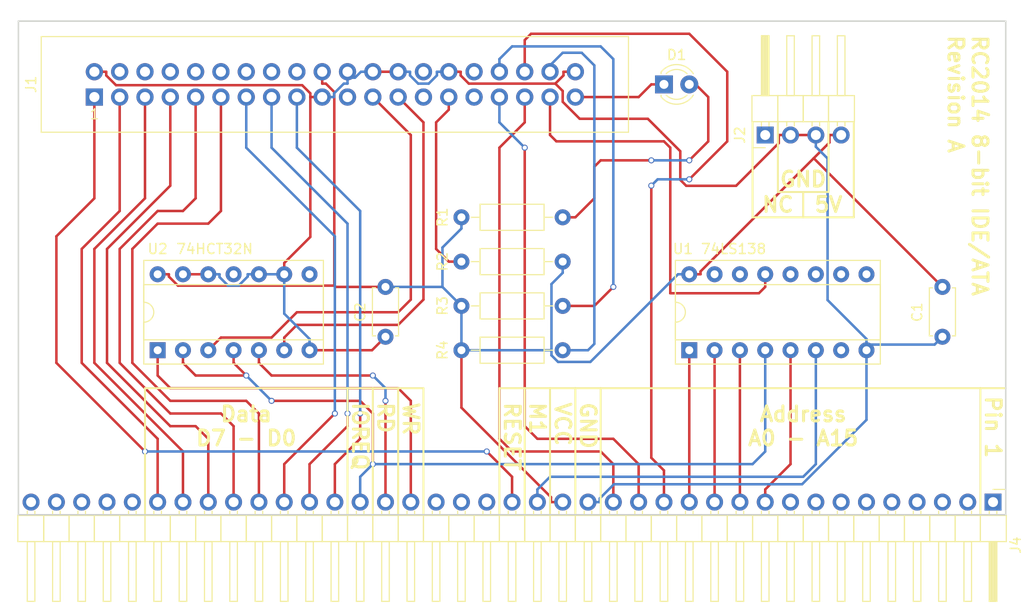
<source format=kicad_pcb>
(kicad_pcb (version 20171130) (host pcbnew "(5.1.12)-1")

  (general
    (thickness 1.6)
    (drawings 46)
    (tracks 300)
    (zones 0)
    (modules 12)
    (nets 31)
  )

  (page A4)
  (layers
    (0 F.Cu signal)
    (31 B.Cu signal)
    (32 B.Adhes user hide)
    (33 F.Adhes user hide)
    (34 B.Paste user)
    (35 F.Paste user)
    (36 B.SilkS user)
    (37 F.SilkS user)
    (38 B.Mask user)
    (39 F.Mask user)
    (40 Dwgs.User user)
    (41 Cmts.User user)
    (42 Eco1.User user)
    (43 Eco2.User user)
    (44 Edge.Cuts user)
    (45 Margin user)
    (46 B.CrtYd user)
    (47 F.CrtYd user)
    (48 B.Fab user)
    (49 F.Fab user)
  )

  (setup
    (last_trace_width 0.25)
    (trace_clearance 0.2)
    (zone_clearance 0.508)
    (zone_45_only no)
    (trace_min 0.2)
    (via_size 0.6)
    (via_drill 0.4)
    (via_min_size 0.4)
    (via_min_drill 0.3)
    (uvia_size 0.3)
    (uvia_drill 0.1)
    (uvias_allowed no)
    (uvia_min_size 0.2)
    (uvia_min_drill 0.1)
    (edge_width 0.15)
    (segment_width 0.2)
    (pcb_text_width 0.3)
    (pcb_text_size 1.5 1.5)
    (mod_edge_width 0.15)
    (mod_text_size 1 1)
    (mod_text_width 0.15)
    (pad_size 1.524 1.524)
    (pad_drill 0.762)
    (pad_to_mask_clearance 0.2)
    (aux_axis_origin 0 0)
    (visible_elements 7FFFFFFF)
    (pcbplotparams
      (layerselection 0x011fc_80000001)
      (usegerberextensions true)
      (usegerberattributes true)
      (usegerberadvancedattributes true)
      (creategerberjobfile true)
      (excludeedgelayer true)
      (linewidth 0.100000)
      (plotframeref false)
      (viasonmask false)
      (mode 1)
      (useauxorigin false)
      (hpglpennumber 1)
      (hpglpenspeed 20)
      (hpglpendiameter 15.000000)
      (psnegative false)
      (psa4output false)
      (plotreference true)
      (plotvalue true)
      (plotinvisibletext false)
      (padsonsilk false)
      (subtractmaskfromsilk false)
      (outputformat 1)
      (mirror false)
      (drillshape 0)
      (scaleselection 1)
      (outputdirectory "D:/ownCloud/Documents/Projects/RC2014/RC2014 IDE/export/"))
  )

  (net 0 "")
  (net 1 VCC)
  (net 2 GND)
  (net 3 BUSY)
  (net 4 "Net-(D1-Pad2)")
  (net 5 A3)
  (net 6 A4)
  (net 7 A5)
  (net 8 A6)
  (net 9 IOREQ)
  (net 10 PORT16)
  (net 11 M1)
  (net 12 RESET)
  (net 13 D0)
  (net 14 D1)
  (net 15 D2)
  (net 16 D3)
  (net 17 D4)
  (net 18 D5)
  (net 19 D6)
  (net 20 D7)
  (net 21 WR)
  (net 22 RD)
  (net 23 "Net-(J1-Pad29)")
  (net 24 A1)
  (net 25 "Net-(J1-Pad34)")
  (net 26 A0)
  (net 27 A2)
  (net 28 "Net-(J1-Pad38)")
  (net 29 /IOWR)
  (net 30 /IORD)

  (net_class Default "This is the default net class."
    (clearance 0.2)
    (trace_width 0.25)
    (via_dia 0.6)
    (via_drill 0.4)
    (uvia_dia 0.3)
    (uvia_drill 0.1)
    (add_net /IORD)
    (add_net /IOWR)
    (add_net A0)
    (add_net A1)
    (add_net A2)
    (add_net A3)
    (add_net A4)
    (add_net A5)
    (add_net A6)
    (add_net BUSY)
    (add_net D0)
    (add_net D1)
    (add_net D2)
    (add_net D3)
    (add_net D4)
    (add_net D5)
    (add_net D6)
    (add_net D7)
    (add_net GND)
    (add_net IOREQ)
    (add_net M1)
    (add_net "Net-(D1-Pad2)")
    (add_net "Net-(J1-Pad29)")
    (add_net "Net-(J1-Pad34)")
    (add_net "Net-(J1-Pad38)")
    (add_net PORT16)
    (add_net RD)
    (add_net RESET)
    (add_net VCC)
    (add_net WR)
  )

  (module Capacitors_THT:C_Disc_D4.7mm_W2.5mm_P5.00mm (layer F.Cu) (tedit 591318B8) (tstamp 59130A07)
    (at 209.55 111.76 270)
    (descr "C, Disc series, Radial, pin pitch=5.00mm, , diameter*width=4.7*2.5mm^2, Capacitor, http://www.vishay.com/docs/45233/krseries.pdf")
    (tags "C Disc series Radial pin pitch 5.00mm  diameter 4.7mm width 2.5mm Capacitor")
    (path /590DFF2B)
    (fp_text reference C1 (at 2.54 2.54 270) (layer F.SilkS)
      (effects (font (size 1 1) (thickness 0.15)))
    )
    (fp_text value 100nF (at 2.54 0 270) (layer F.Fab)
      (effects (font (size 1 1) (thickness 0.15)))
    )
    (fp_line (start 6.05 -1.6) (end -1.05 -1.6) (layer F.CrtYd) (width 0.05))
    (fp_line (start 6.05 1.6) (end 6.05 -1.6) (layer F.CrtYd) (width 0.05))
    (fp_line (start -1.05 1.6) (end 6.05 1.6) (layer F.CrtYd) (width 0.05))
    (fp_line (start -1.05 -1.6) (end -1.05 1.6) (layer F.CrtYd) (width 0.05))
    (fp_line (start 4.91 0.996) (end 4.91 1.31) (layer F.SilkS) (width 0.12))
    (fp_line (start 4.91 -1.31) (end 4.91 -0.996) (layer F.SilkS) (width 0.12))
    (fp_line (start 0.09 0.996) (end 0.09 1.31) (layer F.SilkS) (width 0.12))
    (fp_line (start 0.09 -1.31) (end 0.09 -0.996) (layer F.SilkS) (width 0.12))
    (fp_line (start 0.09 1.31) (end 4.91 1.31) (layer F.SilkS) (width 0.12))
    (fp_line (start 0.09 -1.31) (end 4.91 -1.31) (layer F.SilkS) (width 0.12))
    (fp_line (start 4.85 -1.25) (end 0.15 -1.25) (layer F.Fab) (width 0.1))
    (fp_line (start 4.85 1.25) (end 4.85 -1.25) (layer F.Fab) (width 0.1))
    (fp_line (start 0.15 1.25) (end 4.85 1.25) (layer F.Fab) (width 0.1))
    (fp_line (start 0.15 -1.25) (end 0.15 1.25) (layer F.Fab) (width 0.1))
    (pad 1 thru_hole circle (at 0 0 270) (size 1.6 1.6) (drill 0.8) (layers *.Cu *.Mask)
      (net 1 VCC))
    (pad 2 thru_hole circle (at 5 0 270) (size 1.6 1.6) (drill 0.8) (layers *.Cu *.Mask)
      (net 2 GND))
    (model Capacitors_THT.3dshapes/C_Disc_D4.7mm_W2.5mm_P5.00mm.wrl
      (at (xyz 0 0 0))
      (scale (xyz 0.393701 0.393701 0.393701))
      (rotate (xyz 0 0 0))
    )
  )

  (module Connectors:IDC_Header_Straight_40pins (layer F.Cu) (tedit 59131A95) (tstamp 59130A4D)
    (at 124.46 92.71)
    (descr "40 pins through hole IDC header")
    (tags "IDC header socket VASCH")
    (path /59123D39)
    (fp_text reference J1 (at -6.35 -1.27 90) (layer F.SilkS)
      (effects (font (size 1 1) (thickness 0.15)))
    )
    (fp_text value CONN_02X20 (at 24.13 5.223) (layer F.Fab)
      (effects (font (size 1 1) (thickness 0.15)))
    )
    (fp_line (start -5.33 3.53) (end -5.33 -6.07) (layer F.SilkS) (width 0.12))
    (fp_line (start 53.59 3.53) (end -5.33 3.53) (layer F.SilkS) (width 0.12))
    (fp_line (start 53.59 -6.07) (end 53.59 3.53) (layer F.SilkS) (width 0.12))
    (fp_line (start -5.33 -6.07) (end 53.59 -6.07) (layer F.SilkS) (width 0.12))
    (fp_line (start -5.58 3.78) (end -5.58 -6.32) (layer F.CrtYd) (width 0.05))
    (fp_line (start 53.84 3.78) (end -5.58 3.78) (layer F.CrtYd) (width 0.05))
    (fp_line (start 53.84 -6.32) (end 53.84 3.78) (layer F.CrtYd) (width 0.05))
    (fp_line (start -5.58 -6.32) (end 53.84 -6.32) (layer F.CrtYd) (width 0.05))
    (fp_line (start 53.34 3.28) (end 52.78 2.73) (layer F.Fab) (width 0.1))
    (fp_line (start -5.08 3.28) (end -4.54 2.73) (layer F.Fab) (width 0.1))
    (fp_line (start 53.34 -5.82) (end 52.78 -5.27) (layer F.Fab) (width 0.1))
    (fp_line (start -5.08 -5.82) (end -4.54 -5.27) (layer F.Fab) (width 0.1))
    (fp_line (start 52.78 -5.27) (end 52.78 2.73) (layer F.Fab) (width 0.1))
    (fp_line (start 53.34 -5.82) (end 53.34 3.28) (layer F.Fab) (width 0.1))
    (fp_line (start -4.54 -5.27) (end -4.54 2.73) (layer F.Fab) (width 0.1))
    (fp_line (start -5.08 -5.82) (end -5.08 3.28) (layer F.Fab) (width 0.1))
    (fp_line (start 26.38 2.73) (end 26.38 3.28) (layer F.Fab) (width 0.1))
    (fp_line (start 21.88 2.73) (end 21.88 3.28) (layer F.Fab) (width 0.1))
    (fp_line (start 26.38 2.73) (end 52.78 2.73) (layer F.Fab) (width 0.1))
    (fp_line (start -4.54 2.73) (end 21.88 2.73) (layer F.Fab) (width 0.1))
    (fp_line (start -5.08 3.28) (end 53.34 3.28) (layer F.Fab) (width 0.1))
    (fp_line (start -4.54 -5.27) (end 52.78 -5.27) (layer F.Fab) (width 0.1))
    (fp_line (start -5.08 -5.82) (end 53.34 -5.82) (layer F.Fab) (width 0.1))
    (fp_text user 1 (at 0.02 1.72) (layer F.SilkS)
      (effects (font (size 1 1) (thickness 0.12)))
    )
    (pad 1 thru_hole rect (at 0 0) (size 1.7272 1.7272) (drill 1.016) (layers *.Cu *.Mask)
      (net 12 RESET))
    (pad 2 thru_hole oval (at 0 -2.54) (size 1.7272 1.7272) (drill 1.016) (layers *.Cu *.Mask)
      (net 2 GND))
    (pad 3 thru_hole oval (at 2.54 0) (size 1.7272 1.7272) (drill 1.016) (layers *.Cu *.Mask)
      (net 20 D7))
    (pad 4 thru_hole oval (at 2.54 -2.54) (size 1.7272 1.7272) (drill 1.016) (layers *.Cu *.Mask))
    (pad 5 thru_hole oval (at 5.08 0) (size 1.7272 1.7272) (drill 1.016) (layers *.Cu *.Mask)
      (net 19 D6))
    (pad 6 thru_hole oval (at 5.08 -2.54) (size 1.7272 1.7272) (drill 1.016) (layers *.Cu *.Mask))
    (pad 7 thru_hole oval (at 7.62 0) (size 1.7272 1.7272) (drill 1.016) (layers *.Cu *.Mask)
      (net 18 D5))
    (pad 8 thru_hole oval (at 7.62 -2.54) (size 1.7272 1.7272) (drill 1.016) (layers *.Cu *.Mask))
    (pad 9 thru_hole oval (at 10.16 0) (size 1.7272 1.7272) (drill 1.016) (layers *.Cu *.Mask)
      (net 17 D4))
    (pad 10 thru_hole oval (at 10.16 -2.54) (size 1.7272 1.7272) (drill 1.016) (layers *.Cu *.Mask))
    (pad 11 thru_hole oval (at 12.7 0) (size 1.7272 1.7272) (drill 1.016) (layers *.Cu *.Mask)
      (net 16 D3))
    (pad 12 thru_hole oval (at 12.7 -2.54) (size 1.7272 1.7272) (drill 1.016) (layers *.Cu *.Mask))
    (pad 13 thru_hole oval (at 15.24 0) (size 1.7272 1.7272) (drill 1.016) (layers *.Cu *.Mask)
      (net 15 D2))
    (pad 14 thru_hole oval (at 15.24 -2.54) (size 1.7272 1.7272) (drill 1.016) (layers *.Cu *.Mask))
    (pad 15 thru_hole oval (at 17.78 0) (size 1.7272 1.7272) (drill 1.016) (layers *.Cu *.Mask)
      (net 14 D1))
    (pad 16 thru_hole oval (at 17.78 -2.54) (size 1.7272 1.7272) (drill 1.016) (layers *.Cu *.Mask))
    (pad 17 thru_hole oval (at 20.32 0) (size 1.7272 1.7272) (drill 1.016) (layers *.Cu *.Mask)
      (net 13 D0))
    (pad 18 thru_hole oval (at 20.32 -2.54) (size 1.7272 1.7272) (drill 1.016) (layers *.Cu *.Mask))
    (pad 19 thru_hole oval (at 22.86 0) (size 1.7272 1.7272) (drill 1.016) (layers *.Cu *.Mask)
      (net 2 GND))
    (pad 20 thru_hole oval (at 22.86 -2.54) (size 1.7272 1.7272) (drill 1.016) (layers *.Cu *.Mask)
      (net 1 VCC))
    (pad 21 thru_hole oval (at 25.4 0) (size 1.7272 1.7272) (drill 1.016) (layers *.Cu *.Mask))
    (pad 22 thru_hole oval (at 25.4 -2.54) (size 1.7272 1.7272) (drill 1.016) (layers *.Cu *.Mask)
      (net 2 GND))
    (pad 23 thru_hole oval (at 27.94 0) (size 1.7272 1.7272) (drill 1.016) (layers *.Cu *.Mask)
      (net 29 /IOWR))
    (pad 24 thru_hole oval (at 27.94 -2.54) (size 1.7272 1.7272) (drill 1.016) (layers *.Cu *.Mask)
      (net 2 GND))
    (pad 25 thru_hole oval (at 30.48 0) (size 1.7272 1.7272) (drill 1.016) (layers *.Cu *.Mask)
      (net 30 /IORD))
    (pad 26 thru_hole oval (at 30.48 -2.54) (size 1.7272 1.7272) (drill 1.016) (layers *.Cu *.Mask)
      (net 2 GND))
    (pad 27 thru_hole oval (at 33.02 0) (size 1.7272 1.7272) (drill 1.016) (layers *.Cu *.Mask))
    (pad 28 thru_hole oval (at 33.02 -2.54) (size 1.7272 1.7272) (drill 1.016) (layers *.Cu *.Mask))
    (pad 29 thru_hole oval (at 35.56 0) (size 1.7272 1.7272) (drill 1.016) (layers *.Cu *.Mask)
      (net 23 "Net-(J1-Pad29)"))
    (pad 30 thru_hole oval (at 35.56 -2.54) (size 1.7272 1.7272) (drill 1.016) (layers *.Cu *.Mask)
      (net 2 GND))
    (pad 31 thru_hole oval (at 38.1 0) (size 1.7272 1.7272) (drill 1.016) (layers *.Cu *.Mask))
    (pad 32 thru_hole oval (at 38.1 -2.54) (size 1.7272 1.7272) (drill 1.016) (layers *.Cu *.Mask))
    (pad 33 thru_hole oval (at 40.64 0) (size 1.7272 1.7272) (drill 1.016) (layers *.Cu *.Mask)
      (net 24 A1))
    (pad 34 thru_hole oval (at 40.64 -2.54) (size 1.7272 1.7272) (drill 1.016) (layers *.Cu *.Mask)
      (net 25 "Net-(J1-Pad34)"))
    (pad 35 thru_hole oval (at 43.18 0) (size 1.7272 1.7272) (drill 1.016) (layers *.Cu *.Mask)
      (net 26 A0))
    (pad 36 thru_hole oval (at 43.18 -2.54) (size 1.7272 1.7272) (drill 1.016) (layers *.Cu *.Mask)
      (net 27 A2))
    (pad 37 thru_hole oval (at 45.72 0) (size 1.7272 1.7272) (drill 1.016) (layers *.Cu *.Mask)
      (net 10 PORT16))
    (pad 38 thru_hole oval (at 45.72 -2.54) (size 1.7272 1.7272) (drill 1.016) (layers *.Cu *.Mask)
      (net 28 "Net-(J1-Pad38)"))
    (pad 39 thru_hole oval (at 48.26 0) (size 1.7272 1.7272) (drill 1.016) (layers *.Cu *.Mask)
      (net 3 BUSY))
    (pad 40 thru_hole oval (at 48.26 -2.54) (size 1.7272 1.7272) (drill 1.016) (layers *.Cu *.Mask)
      (net 2 GND))
  )

  (module Pin_Headers:Pin_Header_Angled_1x04_Pitch2.54mm (layer F.Cu) (tedit 59131A8E) (tstamp 59130A55)
    (at 191.77 96.52 90)
    (descr "Through hole angled pin header, 1x04, 2.54mm pitch, 6mm pin length, single row")
    (tags "Through hole angled pin header THT 1x04 2.54mm single row")
    (path /59137E44)
    (fp_text reference J2 (at 0 -2.54 90) (layer F.SilkS)
      (effects (font (size 1 1) (thickness 0.15)))
    )
    (fp_text value "Device power" (at 12.7 4.445 180) (layer F.Fab)
      (effects (font (size 1 1) (thickness 0.15)))
    )
    (fp_line (start 10.4 -1.8) (end -1.8 -1.8) (layer F.CrtYd) (width 0.05))
    (fp_line (start 10.4 9.4) (end 10.4 -1.8) (layer F.CrtYd) (width 0.05))
    (fp_line (start -1.8 9.4) (end 10.4 9.4) (layer F.CrtYd) (width 0.05))
    (fp_line (start -1.8 -1.8) (end -1.8 9.4) (layer F.CrtYd) (width 0.05))
    (fp_line (start -1.27 -1.27) (end 0 -1.27) (layer F.SilkS) (width 0.12))
    (fp_line (start -1.27 0) (end -1.27 -1.27) (layer F.SilkS) (width 0.12))
    (fp_line (start 0.91 8) (end 1.34 8) (layer F.SilkS) (width 0.12))
    (fp_line (start 0.91 7.24) (end 1.34 7.24) (layer F.SilkS) (width 0.12))
    (fp_line (start 9.96 7.24) (end 3.96 7.24) (layer F.SilkS) (width 0.12))
    (fp_line (start 9.96 8) (end 9.96 7.24) (layer F.SilkS) (width 0.12))
    (fp_line (start 3.96 8) (end 9.96 8) (layer F.SilkS) (width 0.12))
    (fp_line (start 3.96 7.24) (end 3.96 8) (layer F.SilkS) (width 0.12))
    (fp_line (start 3.96 6.35) (end 1.34 6.35) (layer F.SilkS) (width 0.12))
    (fp_line (start 3.96 8.95) (end 3.96 6.35) (layer F.SilkS) (width 0.12))
    (fp_line (start 1.34 8.95) (end 3.96 8.95) (layer F.SilkS) (width 0.12))
    (fp_line (start 1.34 6.35) (end 1.34 8.95) (layer F.SilkS) (width 0.12))
    (fp_line (start 0.91 5.46) (end 1.34 5.46) (layer F.SilkS) (width 0.12))
    (fp_line (start 0.91 4.7) (end 1.34 4.7) (layer F.SilkS) (width 0.12))
    (fp_line (start 9.96 4.7) (end 3.96 4.7) (layer F.SilkS) (width 0.12))
    (fp_line (start 9.96 5.46) (end 9.96 4.7) (layer F.SilkS) (width 0.12))
    (fp_line (start 3.96 5.46) (end 9.96 5.46) (layer F.SilkS) (width 0.12))
    (fp_line (start 3.96 4.7) (end 3.96 5.46) (layer F.SilkS) (width 0.12))
    (fp_line (start 3.96 3.81) (end 1.34 3.81) (layer F.SilkS) (width 0.12))
    (fp_line (start 3.96 6.35) (end 3.96 3.81) (layer F.SilkS) (width 0.12))
    (fp_line (start 1.34 6.35) (end 3.96 6.35) (layer F.SilkS) (width 0.12))
    (fp_line (start 1.34 3.81) (end 1.34 6.35) (layer F.SilkS) (width 0.12))
    (fp_line (start 0.91 2.92) (end 1.34 2.92) (layer F.SilkS) (width 0.12))
    (fp_line (start 0.91 2.16) (end 1.34 2.16) (layer F.SilkS) (width 0.12))
    (fp_line (start 9.96 2.16) (end 3.96 2.16) (layer F.SilkS) (width 0.12))
    (fp_line (start 9.96 2.92) (end 9.96 2.16) (layer F.SilkS) (width 0.12))
    (fp_line (start 3.96 2.92) (end 9.96 2.92) (layer F.SilkS) (width 0.12))
    (fp_line (start 3.96 2.16) (end 3.96 2.92) (layer F.SilkS) (width 0.12))
    (fp_line (start 3.96 1.27) (end 1.34 1.27) (layer F.SilkS) (width 0.12))
    (fp_line (start 3.96 3.81) (end 3.96 1.27) (layer F.SilkS) (width 0.12))
    (fp_line (start 1.34 3.81) (end 3.96 3.81) (layer F.SilkS) (width 0.12))
    (fp_line (start 1.34 1.27) (end 1.34 3.81) (layer F.SilkS) (width 0.12))
    (fp_line (start 3.96 0.34) (end 9.96 0.34) (layer F.SilkS) (width 0.12))
    (fp_line (start 3.96 0.22) (end 9.96 0.22) (layer F.SilkS) (width 0.12))
    (fp_line (start 3.96 0.1) (end 9.96 0.1) (layer F.SilkS) (width 0.12))
    (fp_line (start 3.96 -0.02) (end 9.96 -0.02) (layer F.SilkS) (width 0.12))
    (fp_line (start 3.96 -0.14) (end 9.96 -0.14) (layer F.SilkS) (width 0.12))
    (fp_line (start 3.96 -0.26) (end 9.96 -0.26) (layer F.SilkS) (width 0.12))
    (fp_line (start 0.91 0.38) (end 1.34 0.38) (layer F.SilkS) (width 0.12))
    (fp_line (start 0.91 -0.38) (end 1.34 -0.38) (layer F.SilkS) (width 0.12))
    (fp_line (start 9.96 -0.38) (end 3.96 -0.38) (layer F.SilkS) (width 0.12))
    (fp_line (start 9.96 0.38) (end 9.96 -0.38) (layer F.SilkS) (width 0.12))
    (fp_line (start 3.96 0.38) (end 9.96 0.38) (layer F.SilkS) (width 0.12))
    (fp_line (start 3.96 -0.38) (end 3.96 0.38) (layer F.SilkS) (width 0.12))
    (fp_line (start 3.96 -1.33) (end 1.34 -1.33) (layer F.SilkS) (width 0.12))
    (fp_line (start 3.96 1.27) (end 3.96 -1.33) (layer F.SilkS) (width 0.12))
    (fp_line (start 1.34 1.27) (end 3.96 1.27) (layer F.SilkS) (width 0.12))
    (fp_line (start 1.34 -1.33) (end 1.34 1.27) (layer F.SilkS) (width 0.12))
    (fp_line (start 9.9 7.3) (end 0 7.3) (layer F.Fab) (width 0.1))
    (fp_line (start 9.9 7.94) (end 9.9 7.3) (layer F.Fab) (width 0.1))
    (fp_line (start 0 7.94) (end 9.9 7.94) (layer F.Fab) (width 0.1))
    (fp_line (start 0 7.3) (end 0 7.94) (layer F.Fab) (width 0.1))
    (fp_line (start 3.9 6.35) (end 1.4 6.35) (layer F.Fab) (width 0.1))
    (fp_line (start 3.9 8.89) (end 3.9 6.35) (layer F.Fab) (width 0.1))
    (fp_line (start 1.4 8.89) (end 3.9 8.89) (layer F.Fab) (width 0.1))
    (fp_line (start 1.4 6.35) (end 1.4 8.89) (layer F.Fab) (width 0.1))
    (fp_line (start 9.9 4.76) (end 0 4.76) (layer F.Fab) (width 0.1))
    (fp_line (start 9.9 5.4) (end 9.9 4.76) (layer F.Fab) (width 0.1))
    (fp_line (start 0 5.4) (end 9.9 5.4) (layer F.Fab) (width 0.1))
    (fp_line (start 0 4.76) (end 0 5.4) (layer F.Fab) (width 0.1))
    (fp_line (start 3.9 3.81) (end 1.4 3.81) (layer F.Fab) (width 0.1))
    (fp_line (start 3.9 6.35) (end 3.9 3.81) (layer F.Fab) (width 0.1))
    (fp_line (start 1.4 6.35) (end 3.9 6.35) (layer F.Fab) (width 0.1))
    (fp_line (start 1.4 3.81) (end 1.4 6.35) (layer F.Fab) (width 0.1))
    (fp_line (start 9.9 2.22) (end 0 2.22) (layer F.Fab) (width 0.1))
    (fp_line (start 9.9 2.86) (end 9.9 2.22) (layer F.Fab) (width 0.1))
    (fp_line (start 0 2.86) (end 9.9 2.86) (layer F.Fab) (width 0.1))
    (fp_line (start 0 2.22) (end 0 2.86) (layer F.Fab) (width 0.1))
    (fp_line (start 3.9 1.27) (end 1.4 1.27) (layer F.Fab) (width 0.1))
    (fp_line (start 3.9 3.81) (end 3.9 1.27) (layer F.Fab) (width 0.1))
    (fp_line (start 1.4 3.81) (end 3.9 3.81) (layer F.Fab) (width 0.1))
    (fp_line (start 1.4 1.27) (end 1.4 3.81) (layer F.Fab) (width 0.1))
    (fp_line (start 9.9 -0.32) (end 0 -0.32) (layer F.Fab) (width 0.1))
    (fp_line (start 9.9 0.32) (end 9.9 -0.32) (layer F.Fab) (width 0.1))
    (fp_line (start 0 0.32) (end 9.9 0.32) (layer F.Fab) (width 0.1))
    (fp_line (start 0 -0.32) (end 0 0.32) (layer F.Fab) (width 0.1))
    (fp_line (start 3.9 -1.27) (end 1.4 -1.27) (layer F.Fab) (width 0.1))
    (fp_line (start 3.9 1.27) (end 3.9 -1.27) (layer F.Fab) (width 0.1))
    (fp_line (start 1.4 1.27) (end 3.9 1.27) (layer F.Fab) (width 0.1))
    (fp_line (start 1.4 -1.27) (end 1.4 1.27) (layer F.Fab) (width 0.1))
    (fp_text user %R (at 0 -2.54 90) (layer F.Fab)
      (effects (font (size 1 1) (thickness 0.15)))
    )
    (pad 1 thru_hole rect (at 0 0 90) (size 1.7 1.7) (drill 1) (layers *.Cu *.Mask))
    (pad 2 thru_hole oval (at 0 2.54 90) (size 1.7 1.7) (drill 1) (layers *.Cu *.Mask)
      (net 2 GND))
    (pad 3 thru_hole oval (at 0 5.08 90) (size 1.7 1.7) (drill 1) (layers *.Cu *.Mask)
      (net 2 GND))
    (pad 4 thru_hole oval (at 0 7.62 90) (size 1.7 1.7) (drill 1) (layers *.Cu *.Mask)
      (net 1 VCC))
    (model ${KISYS3DMOD}/Pin_Headers.3dshapes/Pin_Header_Angled_1x04_Pitch2.54mm.wrl
      (offset (xyz 0 -3.809999942779541 0))
      (scale (xyz 1 1 1))
      (rotate (xyz 0 0 90))
    )
  )

  (module Pin_Headers:Pin_Header_Angled_1x39_Pitch2.54mm (layer F.Cu) (tedit 58CD4EC5) (tstamp 59130A80)
    (at 214.63 133.35 270)
    (descr "Through hole angled pin header, 1x39, 2.54mm pitch, 6mm pin length, single row")
    (tags "Through hole angled pin header THT 1x39 2.54mm single row")
    (path /590B4CA1)
    (fp_text reference J4 (at 4.315 -2.27 270) (layer F.SilkS)
      (effects (font (size 1 1) (thickness 0.15)))
    )
    (fp_text value CONN_01X39 (at 4.315 98.79 270) (layer F.Fab)
      (effects (font (size 1 1) (thickness 0.15)))
    )
    (fp_line (start 10.4 -1.8) (end -1.8 -1.8) (layer F.CrtYd) (width 0.05))
    (fp_line (start 10.4 98.3) (end 10.4 -1.8) (layer F.CrtYd) (width 0.05))
    (fp_line (start -1.8 98.3) (end 10.4 98.3) (layer F.CrtYd) (width 0.05))
    (fp_line (start -1.8 -1.8) (end -1.8 98.3) (layer F.CrtYd) (width 0.05))
    (fp_line (start -1.27 -1.27) (end 0 -1.27) (layer F.SilkS) (width 0.12))
    (fp_line (start -1.27 0) (end -1.27 -1.27) (layer F.SilkS) (width 0.12))
    (fp_line (start 0.91 96.9) (end 1.34 96.9) (layer F.SilkS) (width 0.12))
    (fp_line (start 0.91 96.14) (end 1.34 96.14) (layer F.SilkS) (width 0.12))
    (fp_line (start 9.96 96.14) (end 3.96 96.14) (layer F.SilkS) (width 0.12))
    (fp_line (start 9.96 96.9) (end 9.96 96.14) (layer F.SilkS) (width 0.12))
    (fp_line (start 3.96 96.9) (end 9.96 96.9) (layer F.SilkS) (width 0.12))
    (fp_line (start 3.96 96.14) (end 3.96 96.9) (layer F.SilkS) (width 0.12))
    (fp_line (start 3.96 95.25) (end 1.34 95.25) (layer F.SilkS) (width 0.12))
    (fp_line (start 3.96 97.85) (end 3.96 95.25) (layer F.SilkS) (width 0.12))
    (fp_line (start 1.34 97.85) (end 3.96 97.85) (layer F.SilkS) (width 0.12))
    (fp_line (start 1.34 95.25) (end 1.34 97.85) (layer F.SilkS) (width 0.12))
    (fp_line (start 0.91 94.36) (end 1.34 94.36) (layer F.SilkS) (width 0.12))
    (fp_line (start 0.91 93.6) (end 1.34 93.6) (layer F.SilkS) (width 0.12))
    (fp_line (start 9.96 93.6) (end 3.96 93.6) (layer F.SilkS) (width 0.12))
    (fp_line (start 9.96 94.36) (end 9.96 93.6) (layer F.SilkS) (width 0.12))
    (fp_line (start 3.96 94.36) (end 9.96 94.36) (layer F.SilkS) (width 0.12))
    (fp_line (start 3.96 93.6) (end 3.96 94.36) (layer F.SilkS) (width 0.12))
    (fp_line (start 3.96 92.71) (end 1.34 92.71) (layer F.SilkS) (width 0.12))
    (fp_line (start 3.96 95.25) (end 3.96 92.71) (layer F.SilkS) (width 0.12))
    (fp_line (start 1.34 95.25) (end 3.96 95.25) (layer F.SilkS) (width 0.12))
    (fp_line (start 1.34 92.71) (end 1.34 95.25) (layer F.SilkS) (width 0.12))
    (fp_line (start 0.91 91.82) (end 1.34 91.82) (layer F.SilkS) (width 0.12))
    (fp_line (start 0.91 91.06) (end 1.34 91.06) (layer F.SilkS) (width 0.12))
    (fp_line (start 9.96 91.06) (end 3.96 91.06) (layer F.SilkS) (width 0.12))
    (fp_line (start 9.96 91.82) (end 9.96 91.06) (layer F.SilkS) (width 0.12))
    (fp_line (start 3.96 91.82) (end 9.96 91.82) (layer F.SilkS) (width 0.12))
    (fp_line (start 3.96 91.06) (end 3.96 91.82) (layer F.SilkS) (width 0.12))
    (fp_line (start 3.96 90.17) (end 1.34 90.17) (layer F.SilkS) (width 0.12))
    (fp_line (start 3.96 92.71) (end 3.96 90.17) (layer F.SilkS) (width 0.12))
    (fp_line (start 1.34 92.71) (end 3.96 92.71) (layer F.SilkS) (width 0.12))
    (fp_line (start 1.34 90.17) (end 1.34 92.71) (layer F.SilkS) (width 0.12))
    (fp_line (start 0.91 89.28) (end 1.34 89.28) (layer F.SilkS) (width 0.12))
    (fp_line (start 0.91 88.52) (end 1.34 88.52) (layer F.SilkS) (width 0.12))
    (fp_line (start 9.96 88.52) (end 3.96 88.52) (layer F.SilkS) (width 0.12))
    (fp_line (start 9.96 89.28) (end 9.96 88.52) (layer F.SilkS) (width 0.12))
    (fp_line (start 3.96 89.28) (end 9.96 89.28) (layer F.SilkS) (width 0.12))
    (fp_line (start 3.96 88.52) (end 3.96 89.28) (layer F.SilkS) (width 0.12))
    (fp_line (start 3.96 87.63) (end 1.34 87.63) (layer F.SilkS) (width 0.12))
    (fp_line (start 3.96 90.17) (end 3.96 87.63) (layer F.SilkS) (width 0.12))
    (fp_line (start 1.34 90.17) (end 3.96 90.17) (layer F.SilkS) (width 0.12))
    (fp_line (start 1.34 87.63) (end 1.34 90.17) (layer F.SilkS) (width 0.12))
    (fp_line (start 0.91 86.74) (end 1.34 86.74) (layer F.SilkS) (width 0.12))
    (fp_line (start 0.91 85.98) (end 1.34 85.98) (layer F.SilkS) (width 0.12))
    (fp_line (start 9.96 85.98) (end 3.96 85.98) (layer F.SilkS) (width 0.12))
    (fp_line (start 9.96 86.74) (end 9.96 85.98) (layer F.SilkS) (width 0.12))
    (fp_line (start 3.96 86.74) (end 9.96 86.74) (layer F.SilkS) (width 0.12))
    (fp_line (start 3.96 85.98) (end 3.96 86.74) (layer F.SilkS) (width 0.12))
    (fp_line (start 3.96 85.09) (end 1.34 85.09) (layer F.SilkS) (width 0.12))
    (fp_line (start 3.96 87.63) (end 3.96 85.09) (layer F.SilkS) (width 0.12))
    (fp_line (start 1.34 87.63) (end 3.96 87.63) (layer F.SilkS) (width 0.12))
    (fp_line (start 1.34 85.09) (end 1.34 87.63) (layer F.SilkS) (width 0.12))
    (fp_line (start 0.91 84.2) (end 1.34 84.2) (layer F.SilkS) (width 0.12))
    (fp_line (start 0.91 83.44) (end 1.34 83.44) (layer F.SilkS) (width 0.12))
    (fp_line (start 9.96 83.44) (end 3.96 83.44) (layer F.SilkS) (width 0.12))
    (fp_line (start 9.96 84.2) (end 9.96 83.44) (layer F.SilkS) (width 0.12))
    (fp_line (start 3.96 84.2) (end 9.96 84.2) (layer F.SilkS) (width 0.12))
    (fp_line (start 3.96 83.44) (end 3.96 84.2) (layer F.SilkS) (width 0.12))
    (fp_line (start 3.96 82.55) (end 1.34 82.55) (layer F.SilkS) (width 0.12))
    (fp_line (start 3.96 85.09) (end 3.96 82.55) (layer F.SilkS) (width 0.12))
    (fp_line (start 1.34 85.09) (end 3.96 85.09) (layer F.SilkS) (width 0.12))
    (fp_line (start 1.34 82.55) (end 1.34 85.09) (layer F.SilkS) (width 0.12))
    (fp_line (start 0.91 81.66) (end 1.34 81.66) (layer F.SilkS) (width 0.12))
    (fp_line (start 0.91 80.9) (end 1.34 80.9) (layer F.SilkS) (width 0.12))
    (fp_line (start 9.96 80.9) (end 3.96 80.9) (layer F.SilkS) (width 0.12))
    (fp_line (start 9.96 81.66) (end 9.96 80.9) (layer F.SilkS) (width 0.12))
    (fp_line (start 3.96 81.66) (end 9.96 81.66) (layer F.SilkS) (width 0.12))
    (fp_line (start 3.96 80.9) (end 3.96 81.66) (layer F.SilkS) (width 0.12))
    (fp_line (start 3.96 80.01) (end 1.34 80.01) (layer F.SilkS) (width 0.12))
    (fp_line (start 3.96 82.55) (end 3.96 80.01) (layer F.SilkS) (width 0.12))
    (fp_line (start 1.34 82.55) (end 3.96 82.55) (layer F.SilkS) (width 0.12))
    (fp_line (start 1.34 80.01) (end 1.34 82.55) (layer F.SilkS) (width 0.12))
    (fp_line (start 0.91 79.12) (end 1.34 79.12) (layer F.SilkS) (width 0.12))
    (fp_line (start 0.91 78.36) (end 1.34 78.36) (layer F.SilkS) (width 0.12))
    (fp_line (start 9.96 78.36) (end 3.96 78.36) (layer F.SilkS) (width 0.12))
    (fp_line (start 9.96 79.12) (end 9.96 78.36) (layer F.SilkS) (width 0.12))
    (fp_line (start 3.96 79.12) (end 9.96 79.12) (layer F.SilkS) (width 0.12))
    (fp_line (start 3.96 78.36) (end 3.96 79.12) (layer F.SilkS) (width 0.12))
    (fp_line (start 3.96 77.47) (end 1.34 77.47) (layer F.SilkS) (width 0.12))
    (fp_line (start 3.96 80.01) (end 3.96 77.47) (layer F.SilkS) (width 0.12))
    (fp_line (start 1.34 80.01) (end 3.96 80.01) (layer F.SilkS) (width 0.12))
    (fp_line (start 1.34 77.47) (end 1.34 80.01) (layer F.SilkS) (width 0.12))
    (fp_line (start 0.91 76.58) (end 1.34 76.58) (layer F.SilkS) (width 0.12))
    (fp_line (start 0.91 75.82) (end 1.34 75.82) (layer F.SilkS) (width 0.12))
    (fp_line (start 9.96 75.82) (end 3.96 75.82) (layer F.SilkS) (width 0.12))
    (fp_line (start 9.96 76.58) (end 9.96 75.82) (layer F.SilkS) (width 0.12))
    (fp_line (start 3.96 76.58) (end 9.96 76.58) (layer F.SilkS) (width 0.12))
    (fp_line (start 3.96 75.82) (end 3.96 76.58) (layer F.SilkS) (width 0.12))
    (fp_line (start 3.96 74.93) (end 1.34 74.93) (layer F.SilkS) (width 0.12))
    (fp_line (start 3.96 77.47) (end 3.96 74.93) (layer F.SilkS) (width 0.12))
    (fp_line (start 1.34 77.47) (end 3.96 77.47) (layer F.SilkS) (width 0.12))
    (fp_line (start 1.34 74.93) (end 1.34 77.47) (layer F.SilkS) (width 0.12))
    (fp_line (start 0.91 74.04) (end 1.34 74.04) (layer F.SilkS) (width 0.12))
    (fp_line (start 0.91 73.28) (end 1.34 73.28) (layer F.SilkS) (width 0.12))
    (fp_line (start 9.96 73.28) (end 3.96 73.28) (layer F.SilkS) (width 0.12))
    (fp_line (start 9.96 74.04) (end 9.96 73.28) (layer F.SilkS) (width 0.12))
    (fp_line (start 3.96 74.04) (end 9.96 74.04) (layer F.SilkS) (width 0.12))
    (fp_line (start 3.96 73.28) (end 3.96 74.04) (layer F.SilkS) (width 0.12))
    (fp_line (start 3.96 72.39) (end 1.34 72.39) (layer F.SilkS) (width 0.12))
    (fp_line (start 3.96 74.93) (end 3.96 72.39) (layer F.SilkS) (width 0.12))
    (fp_line (start 1.34 74.93) (end 3.96 74.93) (layer F.SilkS) (width 0.12))
    (fp_line (start 1.34 72.39) (end 1.34 74.93) (layer F.SilkS) (width 0.12))
    (fp_line (start 0.91 71.5) (end 1.34 71.5) (layer F.SilkS) (width 0.12))
    (fp_line (start 0.91 70.74) (end 1.34 70.74) (layer F.SilkS) (width 0.12))
    (fp_line (start 9.96 70.74) (end 3.96 70.74) (layer F.SilkS) (width 0.12))
    (fp_line (start 9.96 71.5) (end 9.96 70.74) (layer F.SilkS) (width 0.12))
    (fp_line (start 3.96 71.5) (end 9.96 71.5) (layer F.SilkS) (width 0.12))
    (fp_line (start 3.96 70.74) (end 3.96 71.5) (layer F.SilkS) (width 0.12))
    (fp_line (start 3.96 69.85) (end 1.34 69.85) (layer F.SilkS) (width 0.12))
    (fp_line (start 3.96 72.39) (end 3.96 69.85) (layer F.SilkS) (width 0.12))
    (fp_line (start 1.34 72.39) (end 3.96 72.39) (layer F.SilkS) (width 0.12))
    (fp_line (start 1.34 69.85) (end 1.34 72.39) (layer F.SilkS) (width 0.12))
    (fp_line (start 0.91 68.96) (end 1.34 68.96) (layer F.SilkS) (width 0.12))
    (fp_line (start 0.91 68.2) (end 1.34 68.2) (layer F.SilkS) (width 0.12))
    (fp_line (start 9.96 68.2) (end 3.96 68.2) (layer F.SilkS) (width 0.12))
    (fp_line (start 9.96 68.96) (end 9.96 68.2) (layer F.SilkS) (width 0.12))
    (fp_line (start 3.96 68.96) (end 9.96 68.96) (layer F.SilkS) (width 0.12))
    (fp_line (start 3.96 68.2) (end 3.96 68.96) (layer F.SilkS) (width 0.12))
    (fp_line (start 3.96 67.31) (end 1.34 67.31) (layer F.SilkS) (width 0.12))
    (fp_line (start 3.96 69.85) (end 3.96 67.31) (layer F.SilkS) (width 0.12))
    (fp_line (start 1.34 69.85) (end 3.96 69.85) (layer F.SilkS) (width 0.12))
    (fp_line (start 1.34 67.31) (end 1.34 69.85) (layer F.SilkS) (width 0.12))
    (fp_line (start 0.91 66.42) (end 1.34 66.42) (layer F.SilkS) (width 0.12))
    (fp_line (start 0.91 65.66) (end 1.34 65.66) (layer F.SilkS) (width 0.12))
    (fp_line (start 9.96 65.66) (end 3.96 65.66) (layer F.SilkS) (width 0.12))
    (fp_line (start 9.96 66.42) (end 9.96 65.66) (layer F.SilkS) (width 0.12))
    (fp_line (start 3.96 66.42) (end 9.96 66.42) (layer F.SilkS) (width 0.12))
    (fp_line (start 3.96 65.66) (end 3.96 66.42) (layer F.SilkS) (width 0.12))
    (fp_line (start 3.96 64.77) (end 1.34 64.77) (layer F.SilkS) (width 0.12))
    (fp_line (start 3.96 67.31) (end 3.96 64.77) (layer F.SilkS) (width 0.12))
    (fp_line (start 1.34 67.31) (end 3.96 67.31) (layer F.SilkS) (width 0.12))
    (fp_line (start 1.34 64.77) (end 1.34 67.31) (layer F.SilkS) (width 0.12))
    (fp_line (start 0.91 63.88) (end 1.34 63.88) (layer F.SilkS) (width 0.12))
    (fp_line (start 0.91 63.12) (end 1.34 63.12) (layer F.SilkS) (width 0.12))
    (fp_line (start 9.96 63.12) (end 3.96 63.12) (layer F.SilkS) (width 0.12))
    (fp_line (start 9.96 63.88) (end 9.96 63.12) (layer F.SilkS) (width 0.12))
    (fp_line (start 3.96 63.88) (end 9.96 63.88) (layer F.SilkS) (width 0.12))
    (fp_line (start 3.96 63.12) (end 3.96 63.88) (layer F.SilkS) (width 0.12))
    (fp_line (start 3.96 62.23) (end 1.34 62.23) (layer F.SilkS) (width 0.12))
    (fp_line (start 3.96 64.77) (end 3.96 62.23) (layer F.SilkS) (width 0.12))
    (fp_line (start 1.34 64.77) (end 3.96 64.77) (layer F.SilkS) (width 0.12))
    (fp_line (start 1.34 62.23) (end 1.34 64.77) (layer F.SilkS) (width 0.12))
    (fp_line (start 0.91 61.34) (end 1.34 61.34) (layer F.SilkS) (width 0.12))
    (fp_line (start 0.91 60.58) (end 1.34 60.58) (layer F.SilkS) (width 0.12))
    (fp_line (start 9.96 60.58) (end 3.96 60.58) (layer F.SilkS) (width 0.12))
    (fp_line (start 9.96 61.34) (end 9.96 60.58) (layer F.SilkS) (width 0.12))
    (fp_line (start 3.96 61.34) (end 9.96 61.34) (layer F.SilkS) (width 0.12))
    (fp_line (start 3.96 60.58) (end 3.96 61.34) (layer F.SilkS) (width 0.12))
    (fp_line (start 3.96 59.69) (end 1.34 59.69) (layer F.SilkS) (width 0.12))
    (fp_line (start 3.96 62.23) (end 3.96 59.69) (layer F.SilkS) (width 0.12))
    (fp_line (start 1.34 62.23) (end 3.96 62.23) (layer F.SilkS) (width 0.12))
    (fp_line (start 1.34 59.69) (end 1.34 62.23) (layer F.SilkS) (width 0.12))
    (fp_line (start 0.91 58.8) (end 1.34 58.8) (layer F.SilkS) (width 0.12))
    (fp_line (start 0.91 58.04) (end 1.34 58.04) (layer F.SilkS) (width 0.12))
    (fp_line (start 9.96 58.04) (end 3.96 58.04) (layer F.SilkS) (width 0.12))
    (fp_line (start 9.96 58.8) (end 9.96 58.04) (layer F.SilkS) (width 0.12))
    (fp_line (start 3.96 58.8) (end 9.96 58.8) (layer F.SilkS) (width 0.12))
    (fp_line (start 3.96 58.04) (end 3.96 58.8) (layer F.SilkS) (width 0.12))
    (fp_line (start 3.96 57.15) (end 1.34 57.15) (layer F.SilkS) (width 0.12))
    (fp_line (start 3.96 59.69) (end 3.96 57.15) (layer F.SilkS) (width 0.12))
    (fp_line (start 1.34 59.69) (end 3.96 59.69) (layer F.SilkS) (width 0.12))
    (fp_line (start 1.34 57.15) (end 1.34 59.69) (layer F.SilkS) (width 0.12))
    (fp_line (start 0.91 56.26) (end 1.34 56.26) (layer F.SilkS) (width 0.12))
    (fp_line (start 0.91 55.5) (end 1.34 55.5) (layer F.SilkS) (width 0.12))
    (fp_line (start 9.96 55.5) (end 3.96 55.5) (layer F.SilkS) (width 0.12))
    (fp_line (start 9.96 56.26) (end 9.96 55.5) (layer F.SilkS) (width 0.12))
    (fp_line (start 3.96 56.26) (end 9.96 56.26) (layer F.SilkS) (width 0.12))
    (fp_line (start 3.96 55.5) (end 3.96 56.26) (layer F.SilkS) (width 0.12))
    (fp_line (start 3.96 54.61) (end 1.34 54.61) (layer F.SilkS) (width 0.12))
    (fp_line (start 3.96 57.15) (end 3.96 54.61) (layer F.SilkS) (width 0.12))
    (fp_line (start 1.34 57.15) (end 3.96 57.15) (layer F.SilkS) (width 0.12))
    (fp_line (start 1.34 54.61) (end 1.34 57.15) (layer F.SilkS) (width 0.12))
    (fp_line (start 0.91 53.72) (end 1.34 53.72) (layer F.SilkS) (width 0.12))
    (fp_line (start 0.91 52.96) (end 1.34 52.96) (layer F.SilkS) (width 0.12))
    (fp_line (start 9.96 52.96) (end 3.96 52.96) (layer F.SilkS) (width 0.12))
    (fp_line (start 9.96 53.72) (end 9.96 52.96) (layer F.SilkS) (width 0.12))
    (fp_line (start 3.96 53.72) (end 9.96 53.72) (layer F.SilkS) (width 0.12))
    (fp_line (start 3.96 52.96) (end 3.96 53.72) (layer F.SilkS) (width 0.12))
    (fp_line (start 3.96 52.07) (end 1.34 52.07) (layer F.SilkS) (width 0.12))
    (fp_line (start 3.96 54.61) (end 3.96 52.07) (layer F.SilkS) (width 0.12))
    (fp_line (start 1.34 54.61) (end 3.96 54.61) (layer F.SilkS) (width 0.12))
    (fp_line (start 1.34 52.07) (end 1.34 54.61) (layer F.SilkS) (width 0.12))
    (fp_line (start 0.91 51.18) (end 1.34 51.18) (layer F.SilkS) (width 0.12))
    (fp_line (start 0.91 50.42) (end 1.34 50.42) (layer F.SilkS) (width 0.12))
    (fp_line (start 9.96 50.42) (end 3.96 50.42) (layer F.SilkS) (width 0.12))
    (fp_line (start 9.96 51.18) (end 9.96 50.42) (layer F.SilkS) (width 0.12))
    (fp_line (start 3.96 51.18) (end 9.96 51.18) (layer F.SilkS) (width 0.12))
    (fp_line (start 3.96 50.42) (end 3.96 51.18) (layer F.SilkS) (width 0.12))
    (fp_line (start 3.96 49.53) (end 1.34 49.53) (layer F.SilkS) (width 0.12))
    (fp_line (start 3.96 52.07) (end 3.96 49.53) (layer F.SilkS) (width 0.12))
    (fp_line (start 1.34 52.07) (end 3.96 52.07) (layer F.SilkS) (width 0.12))
    (fp_line (start 1.34 49.53) (end 1.34 52.07) (layer F.SilkS) (width 0.12))
    (fp_line (start 0.91 48.64) (end 1.34 48.64) (layer F.SilkS) (width 0.12))
    (fp_line (start 0.91 47.88) (end 1.34 47.88) (layer F.SilkS) (width 0.12))
    (fp_line (start 9.96 47.88) (end 3.96 47.88) (layer F.SilkS) (width 0.12))
    (fp_line (start 9.96 48.64) (end 9.96 47.88) (layer F.SilkS) (width 0.12))
    (fp_line (start 3.96 48.64) (end 9.96 48.64) (layer F.SilkS) (width 0.12))
    (fp_line (start 3.96 47.88) (end 3.96 48.64) (layer F.SilkS) (width 0.12))
    (fp_line (start 3.96 46.99) (end 1.34 46.99) (layer F.SilkS) (width 0.12))
    (fp_line (start 3.96 49.53) (end 3.96 46.99) (layer F.SilkS) (width 0.12))
    (fp_line (start 1.34 49.53) (end 3.96 49.53) (layer F.SilkS) (width 0.12))
    (fp_line (start 1.34 46.99) (end 1.34 49.53) (layer F.SilkS) (width 0.12))
    (fp_line (start 0.91 46.1) (end 1.34 46.1) (layer F.SilkS) (width 0.12))
    (fp_line (start 0.91 45.34) (end 1.34 45.34) (layer F.SilkS) (width 0.12))
    (fp_line (start 9.96 45.34) (end 3.96 45.34) (layer F.SilkS) (width 0.12))
    (fp_line (start 9.96 46.1) (end 9.96 45.34) (layer F.SilkS) (width 0.12))
    (fp_line (start 3.96 46.1) (end 9.96 46.1) (layer F.SilkS) (width 0.12))
    (fp_line (start 3.96 45.34) (end 3.96 46.1) (layer F.SilkS) (width 0.12))
    (fp_line (start 3.96 44.45) (end 1.34 44.45) (layer F.SilkS) (width 0.12))
    (fp_line (start 3.96 46.99) (end 3.96 44.45) (layer F.SilkS) (width 0.12))
    (fp_line (start 1.34 46.99) (end 3.96 46.99) (layer F.SilkS) (width 0.12))
    (fp_line (start 1.34 44.45) (end 1.34 46.99) (layer F.SilkS) (width 0.12))
    (fp_line (start 0.91 43.56) (end 1.34 43.56) (layer F.SilkS) (width 0.12))
    (fp_line (start 0.91 42.8) (end 1.34 42.8) (layer F.SilkS) (width 0.12))
    (fp_line (start 9.96 42.8) (end 3.96 42.8) (layer F.SilkS) (width 0.12))
    (fp_line (start 9.96 43.56) (end 9.96 42.8) (layer F.SilkS) (width 0.12))
    (fp_line (start 3.96 43.56) (end 9.96 43.56) (layer F.SilkS) (width 0.12))
    (fp_line (start 3.96 42.8) (end 3.96 43.56) (layer F.SilkS) (width 0.12))
    (fp_line (start 3.96 41.91) (end 1.34 41.91) (layer F.SilkS) (width 0.12))
    (fp_line (start 3.96 44.45) (end 3.96 41.91) (layer F.SilkS) (width 0.12))
    (fp_line (start 1.34 44.45) (end 3.96 44.45) (layer F.SilkS) (width 0.12))
    (fp_line (start 1.34 41.91) (end 1.34 44.45) (layer F.SilkS) (width 0.12))
    (fp_line (start 0.91 41.02) (end 1.34 41.02) (layer F.SilkS) (width 0.12))
    (fp_line (start 0.91 40.26) (end 1.34 40.26) (layer F.SilkS) (width 0.12))
    (fp_line (start 9.96 40.26) (end 3.96 40.26) (layer F.SilkS) (width 0.12))
    (fp_line (start 9.96 41.02) (end 9.96 40.26) (layer F.SilkS) (width 0.12))
    (fp_line (start 3.96 41.02) (end 9.96 41.02) (layer F.SilkS) (width 0.12))
    (fp_line (start 3.96 40.26) (end 3.96 41.02) (layer F.SilkS) (width 0.12))
    (fp_line (start 3.96 39.37) (end 1.34 39.37) (layer F.SilkS) (width 0.12))
    (fp_line (start 3.96 41.91) (end 3.96 39.37) (layer F.SilkS) (width 0.12))
    (fp_line (start 1.34 41.91) (end 3.96 41.91) (layer F.SilkS) (width 0.12))
    (fp_line (start 1.34 39.37) (end 1.34 41.91) (layer F.SilkS) (width 0.12))
    (fp_line (start 0.91 38.48) (end 1.34 38.48) (layer F.SilkS) (width 0.12))
    (fp_line (start 0.91 37.72) (end 1.34 37.72) (layer F.SilkS) (width 0.12))
    (fp_line (start 9.96 37.72) (end 3.96 37.72) (layer F.SilkS) (width 0.12))
    (fp_line (start 9.96 38.48) (end 9.96 37.72) (layer F.SilkS) (width 0.12))
    (fp_line (start 3.96 38.48) (end 9.96 38.48) (layer F.SilkS) (width 0.12))
    (fp_line (start 3.96 37.72) (end 3.96 38.48) (layer F.SilkS) (width 0.12))
    (fp_line (start 3.96 36.83) (end 1.34 36.83) (layer F.SilkS) (width 0.12))
    (fp_line (start 3.96 39.37) (end 3.96 36.83) (layer F.SilkS) (width 0.12))
    (fp_line (start 1.34 39.37) (end 3.96 39.37) (layer F.SilkS) (width 0.12))
    (fp_line (start 1.34 36.83) (end 1.34 39.37) (layer F.SilkS) (width 0.12))
    (fp_line (start 0.91 35.94) (end 1.34 35.94) (layer F.SilkS) (width 0.12))
    (fp_line (start 0.91 35.18) (end 1.34 35.18) (layer F.SilkS) (width 0.12))
    (fp_line (start 9.96 35.18) (end 3.96 35.18) (layer F.SilkS) (width 0.12))
    (fp_line (start 9.96 35.94) (end 9.96 35.18) (layer F.SilkS) (width 0.12))
    (fp_line (start 3.96 35.94) (end 9.96 35.94) (layer F.SilkS) (width 0.12))
    (fp_line (start 3.96 35.18) (end 3.96 35.94) (layer F.SilkS) (width 0.12))
    (fp_line (start 3.96 34.29) (end 1.34 34.29) (layer F.SilkS) (width 0.12))
    (fp_line (start 3.96 36.83) (end 3.96 34.29) (layer F.SilkS) (width 0.12))
    (fp_line (start 1.34 36.83) (end 3.96 36.83) (layer F.SilkS) (width 0.12))
    (fp_line (start 1.34 34.29) (end 1.34 36.83) (layer F.SilkS) (width 0.12))
    (fp_line (start 0.91 33.4) (end 1.34 33.4) (layer F.SilkS) (width 0.12))
    (fp_line (start 0.91 32.64) (end 1.34 32.64) (layer F.SilkS) (width 0.12))
    (fp_line (start 9.96 32.64) (end 3.96 32.64) (layer F.SilkS) (width 0.12))
    (fp_line (start 9.96 33.4) (end 9.96 32.64) (layer F.SilkS) (width 0.12))
    (fp_line (start 3.96 33.4) (end 9.96 33.4) (layer F.SilkS) (width 0.12))
    (fp_line (start 3.96 32.64) (end 3.96 33.4) (layer F.SilkS) (width 0.12))
    (fp_line (start 3.96 31.75) (end 1.34 31.75) (layer F.SilkS) (width 0.12))
    (fp_line (start 3.96 34.29) (end 3.96 31.75) (layer F.SilkS) (width 0.12))
    (fp_line (start 1.34 34.29) (end 3.96 34.29) (layer F.SilkS) (width 0.12))
    (fp_line (start 1.34 31.75) (end 1.34 34.29) (layer F.SilkS) (width 0.12))
    (fp_line (start 0.91 30.86) (end 1.34 30.86) (layer F.SilkS) (width 0.12))
    (fp_line (start 0.91 30.1) (end 1.34 30.1) (layer F.SilkS) (width 0.12))
    (fp_line (start 9.96 30.1) (end 3.96 30.1) (layer F.SilkS) (width 0.12))
    (fp_line (start 9.96 30.86) (end 9.96 30.1) (layer F.SilkS) (width 0.12))
    (fp_line (start 3.96 30.86) (end 9.96 30.86) (layer F.SilkS) (width 0.12))
    (fp_line (start 3.96 30.1) (end 3.96 30.86) (layer F.SilkS) (width 0.12))
    (fp_line (start 3.96 29.21) (end 1.34 29.21) (layer F.SilkS) (width 0.12))
    (fp_line (start 3.96 31.75) (end 3.96 29.21) (layer F.SilkS) (width 0.12))
    (fp_line (start 1.34 31.75) (end 3.96 31.75) (layer F.SilkS) (width 0.12))
    (fp_line (start 1.34 29.21) (end 1.34 31.75) (layer F.SilkS) (width 0.12))
    (fp_line (start 0.91 28.32) (end 1.34 28.32) (layer F.SilkS) (width 0.12))
    (fp_line (start 0.91 27.56) (end 1.34 27.56) (layer F.SilkS) (width 0.12))
    (fp_line (start 9.96 27.56) (end 3.96 27.56) (layer F.SilkS) (width 0.12))
    (fp_line (start 9.96 28.32) (end 9.96 27.56) (layer F.SilkS) (width 0.12))
    (fp_line (start 3.96 28.32) (end 9.96 28.32) (layer F.SilkS) (width 0.12))
    (fp_line (start 3.96 27.56) (end 3.96 28.32) (layer F.SilkS) (width 0.12))
    (fp_line (start 3.96 26.67) (end 1.34 26.67) (layer F.SilkS) (width 0.12))
    (fp_line (start 3.96 29.21) (end 3.96 26.67) (layer F.SilkS) (width 0.12))
    (fp_line (start 1.34 29.21) (end 3.96 29.21) (layer F.SilkS) (width 0.12))
    (fp_line (start 1.34 26.67) (end 1.34 29.21) (layer F.SilkS) (width 0.12))
    (fp_line (start 0.91 25.78) (end 1.34 25.78) (layer F.SilkS) (width 0.12))
    (fp_line (start 0.91 25.02) (end 1.34 25.02) (layer F.SilkS) (width 0.12))
    (fp_line (start 9.96 25.02) (end 3.96 25.02) (layer F.SilkS) (width 0.12))
    (fp_line (start 9.96 25.78) (end 9.96 25.02) (layer F.SilkS) (width 0.12))
    (fp_line (start 3.96 25.78) (end 9.96 25.78) (layer F.SilkS) (width 0.12))
    (fp_line (start 3.96 25.02) (end 3.96 25.78) (layer F.SilkS) (width 0.12))
    (fp_line (start 3.96 24.13) (end 1.34 24.13) (layer F.SilkS) (width 0.12))
    (fp_line (start 3.96 26.67) (end 3.96 24.13) (layer F.SilkS) (width 0.12))
    (fp_line (start 1.34 26.67) (end 3.96 26.67) (layer F.SilkS) (width 0.12))
    (fp_line (start 1.34 24.13) (end 1.34 26.67) (layer F.SilkS) (width 0.12))
    (fp_line (start 0.91 23.24) (end 1.34 23.24) (layer F.SilkS) (width 0.12))
    (fp_line (start 0.91 22.48) (end 1.34 22.48) (layer F.SilkS) (width 0.12))
    (fp_line (start 9.96 22.48) (end 3.96 22.48) (layer F.SilkS) (width 0.12))
    (fp_line (start 9.96 23.24) (end 9.96 22.48) (layer F.SilkS) (width 0.12))
    (fp_line (start 3.96 23.24) (end 9.96 23.24) (layer F.SilkS) (width 0.12))
    (fp_line (start 3.96 22.48) (end 3.96 23.24) (layer F.SilkS) (width 0.12))
    (fp_line (start 3.96 21.59) (end 1.34 21.59) (layer F.SilkS) (width 0.12))
    (fp_line (start 3.96 24.13) (end 3.96 21.59) (layer F.SilkS) (width 0.12))
    (fp_line (start 1.34 24.13) (end 3.96 24.13) (layer F.SilkS) (width 0.12))
    (fp_line (start 1.34 21.59) (end 1.34 24.13) (layer F.SilkS) (width 0.12))
    (fp_line (start 0.91 20.7) (end 1.34 20.7) (layer F.SilkS) (width 0.12))
    (fp_line (start 0.91 19.94) (end 1.34 19.94) (layer F.SilkS) (width 0.12))
    (fp_line (start 9.96 19.94) (end 3.96 19.94) (layer F.SilkS) (width 0.12))
    (fp_line (start 9.96 20.7) (end 9.96 19.94) (layer F.SilkS) (width 0.12))
    (fp_line (start 3.96 20.7) (end 9.96 20.7) (layer F.SilkS) (width 0.12))
    (fp_line (start 3.96 19.94) (end 3.96 20.7) (layer F.SilkS) (width 0.12))
    (fp_line (start 3.96 19.05) (end 1.34 19.05) (layer F.SilkS) (width 0.12))
    (fp_line (start 3.96 21.59) (end 3.96 19.05) (layer F.SilkS) (width 0.12))
    (fp_line (start 1.34 21.59) (end 3.96 21.59) (layer F.SilkS) (width 0.12))
    (fp_line (start 1.34 19.05) (end 1.34 21.59) (layer F.SilkS) (width 0.12))
    (fp_line (start 0.91 18.16) (end 1.34 18.16) (layer F.SilkS) (width 0.12))
    (fp_line (start 0.91 17.4) (end 1.34 17.4) (layer F.SilkS) (width 0.12))
    (fp_line (start 9.96 17.4) (end 3.96 17.4) (layer F.SilkS) (width 0.12))
    (fp_line (start 9.96 18.16) (end 9.96 17.4) (layer F.SilkS) (width 0.12))
    (fp_line (start 3.96 18.16) (end 9.96 18.16) (layer F.SilkS) (width 0.12))
    (fp_line (start 3.96 17.4) (end 3.96 18.16) (layer F.SilkS) (width 0.12))
    (fp_line (start 3.96 16.51) (end 1.34 16.51) (layer F.SilkS) (width 0.12))
    (fp_line (start 3.96 19.05) (end 3.96 16.51) (layer F.SilkS) (width 0.12))
    (fp_line (start 1.34 19.05) (end 3.96 19.05) (layer F.SilkS) (width 0.12))
    (fp_line (start 1.34 16.51) (end 1.34 19.05) (layer F.SilkS) (width 0.12))
    (fp_line (start 0.91 15.62) (end 1.34 15.62) (layer F.SilkS) (width 0.12))
    (fp_line (start 0.91 14.86) (end 1.34 14.86) (layer F.SilkS) (width 0.12))
    (fp_line (start 9.96 14.86) (end 3.96 14.86) (layer F.SilkS) (width 0.12))
    (fp_line (start 9.96 15.62) (end 9.96 14.86) (layer F.SilkS) (width 0.12))
    (fp_line (start 3.96 15.62) (end 9.96 15.62) (layer F.SilkS) (width 0.12))
    (fp_line (start 3.96 14.86) (end 3.96 15.62) (layer F.SilkS) (width 0.12))
    (fp_line (start 3.96 13.97) (end 1.34 13.97) (layer F.SilkS) (width 0.12))
    (fp_line (start 3.96 16.51) (end 3.96 13.97) (layer F.SilkS) (width 0.12))
    (fp_line (start 1.34 16.51) (end 3.96 16.51) (layer F.SilkS) (width 0.12))
    (fp_line (start 1.34 13.97) (end 1.34 16.51) (layer F.SilkS) (width 0.12))
    (fp_line (start 0.91 13.08) (end 1.34 13.08) (layer F.SilkS) (width 0.12))
    (fp_line (start 0.91 12.32) (end 1.34 12.32) (layer F.SilkS) (width 0.12))
    (fp_line (start 9.96 12.32) (end 3.96 12.32) (layer F.SilkS) (width 0.12))
    (fp_line (start 9.96 13.08) (end 9.96 12.32) (layer F.SilkS) (width 0.12))
    (fp_line (start 3.96 13.08) (end 9.96 13.08) (layer F.SilkS) (width 0.12))
    (fp_line (start 3.96 12.32) (end 3.96 13.08) (layer F.SilkS) (width 0.12))
    (fp_line (start 3.96 11.43) (end 1.34 11.43) (layer F.SilkS) (width 0.12))
    (fp_line (start 3.96 13.97) (end 3.96 11.43) (layer F.SilkS) (width 0.12))
    (fp_line (start 1.34 13.97) (end 3.96 13.97) (layer F.SilkS) (width 0.12))
    (fp_line (start 1.34 11.43) (end 1.34 13.97) (layer F.SilkS) (width 0.12))
    (fp_line (start 0.91 10.54) (end 1.34 10.54) (layer F.SilkS) (width 0.12))
    (fp_line (start 0.91 9.78) (end 1.34 9.78) (layer F.SilkS) (width 0.12))
    (fp_line (start 9.96 9.78) (end 3.96 9.78) (layer F.SilkS) (width 0.12))
    (fp_line (start 9.96 10.54) (end 9.96 9.78) (layer F.SilkS) (width 0.12))
    (fp_line (start 3.96 10.54) (end 9.96 10.54) (layer F.SilkS) (width 0.12))
    (fp_line (start 3.96 9.78) (end 3.96 10.54) (layer F.SilkS) (width 0.12))
    (fp_line (start 3.96 8.89) (end 1.34 8.89) (layer F.SilkS) (width 0.12))
    (fp_line (start 3.96 11.43) (end 3.96 8.89) (layer F.SilkS) (width 0.12))
    (fp_line (start 1.34 11.43) (end 3.96 11.43) (layer F.SilkS) (width 0.12))
    (fp_line (start 1.34 8.89) (end 1.34 11.43) (layer F.SilkS) (width 0.12))
    (fp_line (start 0.91 8) (end 1.34 8) (layer F.SilkS) (width 0.12))
    (fp_line (start 0.91 7.24) (end 1.34 7.24) (layer F.SilkS) (width 0.12))
    (fp_line (start 9.96 7.24) (end 3.96 7.24) (layer F.SilkS) (width 0.12))
    (fp_line (start 9.96 8) (end 9.96 7.24) (layer F.SilkS) (width 0.12))
    (fp_line (start 3.96 8) (end 9.96 8) (layer F.SilkS) (width 0.12))
    (fp_line (start 3.96 7.24) (end 3.96 8) (layer F.SilkS) (width 0.12))
    (fp_line (start 3.96 6.35) (end 1.34 6.35) (layer F.SilkS) (width 0.12))
    (fp_line (start 3.96 8.89) (end 3.96 6.35) (layer F.SilkS) (width 0.12))
    (fp_line (start 1.34 8.89) (end 3.96 8.89) (layer F.SilkS) (width 0.12))
    (fp_line (start 1.34 6.35) (end 1.34 8.89) (layer F.SilkS) (width 0.12))
    (fp_line (start 0.91 5.46) (end 1.34 5.46) (layer F.SilkS) (width 0.12))
    (fp_line (start 0.91 4.7) (end 1.34 4.7) (layer F.SilkS) (width 0.12))
    (fp_line (start 9.96 4.7) (end 3.96 4.7) (layer F.SilkS) (width 0.12))
    (fp_line (start 9.96 5.46) (end 9.96 4.7) (layer F.SilkS) (width 0.12))
    (fp_line (start 3.96 5.46) (end 9.96 5.46) (layer F.SilkS) (width 0.12))
    (fp_line (start 3.96 4.7) (end 3.96 5.46) (layer F.SilkS) (width 0.12))
    (fp_line (start 3.96 3.81) (end 1.34 3.81) (layer F.SilkS) (width 0.12))
    (fp_line (start 3.96 6.35) (end 3.96 3.81) (layer F.SilkS) (width 0.12))
    (fp_line (start 1.34 6.35) (end 3.96 6.35) (layer F.SilkS) (width 0.12))
    (fp_line (start 1.34 3.81) (end 1.34 6.35) (layer F.SilkS) (width 0.12))
    (fp_line (start 0.91 2.92) (end 1.34 2.92) (layer F.SilkS) (width 0.12))
    (fp_line (start 0.91 2.16) (end 1.34 2.16) (layer F.SilkS) (width 0.12))
    (fp_line (start 9.96 2.16) (end 3.96 2.16) (layer F.SilkS) (width 0.12))
    (fp_line (start 9.96 2.92) (end 9.96 2.16) (layer F.SilkS) (width 0.12))
    (fp_line (start 3.96 2.92) (end 9.96 2.92) (layer F.SilkS) (width 0.12))
    (fp_line (start 3.96 2.16) (end 3.96 2.92) (layer F.SilkS) (width 0.12))
    (fp_line (start 3.96 1.27) (end 1.34 1.27) (layer F.SilkS) (width 0.12))
    (fp_line (start 3.96 3.81) (end 3.96 1.27) (layer F.SilkS) (width 0.12))
    (fp_line (start 1.34 3.81) (end 3.96 3.81) (layer F.SilkS) (width 0.12))
    (fp_line (start 1.34 1.27) (end 1.34 3.81) (layer F.SilkS) (width 0.12))
    (fp_line (start 3.96 0.34) (end 9.96 0.34) (layer F.SilkS) (width 0.12))
    (fp_line (start 3.96 0.22) (end 9.96 0.22) (layer F.SilkS) (width 0.12))
    (fp_line (start 3.96 0.1) (end 9.96 0.1) (layer F.SilkS) (width 0.12))
    (fp_line (start 3.96 -0.02) (end 9.96 -0.02) (layer F.SilkS) (width 0.12))
    (fp_line (start 3.96 -0.14) (end 9.96 -0.14) (layer F.SilkS) (width 0.12))
    (fp_line (start 3.96 -0.26) (end 9.96 -0.26) (layer F.SilkS) (width 0.12))
    (fp_line (start 0.91 0.38) (end 1.34 0.38) (layer F.SilkS) (width 0.12))
    (fp_line (start 0.91 -0.38) (end 1.34 -0.38) (layer F.SilkS) (width 0.12))
    (fp_line (start 9.96 -0.38) (end 3.96 -0.38) (layer F.SilkS) (width 0.12))
    (fp_line (start 9.96 0.38) (end 9.96 -0.38) (layer F.SilkS) (width 0.12))
    (fp_line (start 3.96 0.38) (end 9.96 0.38) (layer F.SilkS) (width 0.12))
    (fp_line (start 3.96 -0.38) (end 3.96 0.38) (layer F.SilkS) (width 0.12))
    (fp_line (start 3.96 -1.33) (end 1.34 -1.33) (layer F.SilkS) (width 0.12))
    (fp_line (start 3.96 1.27) (end 3.96 -1.33) (layer F.SilkS) (width 0.12))
    (fp_line (start 1.34 1.27) (end 3.96 1.27) (layer F.SilkS) (width 0.12))
    (fp_line (start 1.34 -1.33) (end 1.34 1.27) (layer F.SilkS) (width 0.12))
    (fp_line (start 9.9 96.2) (end 0 96.2) (layer F.Fab) (width 0.1))
    (fp_line (start 9.9 96.84) (end 9.9 96.2) (layer F.Fab) (width 0.1))
    (fp_line (start 0 96.84) (end 9.9 96.84) (layer F.Fab) (width 0.1))
    (fp_line (start 0 96.2) (end 0 96.84) (layer F.Fab) (width 0.1))
    (fp_line (start 3.9 95.25) (end 1.4 95.25) (layer F.Fab) (width 0.1))
    (fp_line (start 3.9 97.79) (end 3.9 95.25) (layer F.Fab) (width 0.1))
    (fp_line (start 1.4 97.79) (end 3.9 97.79) (layer F.Fab) (width 0.1))
    (fp_line (start 1.4 95.25) (end 1.4 97.79) (layer F.Fab) (width 0.1))
    (fp_line (start 9.9 93.66) (end 0 93.66) (layer F.Fab) (width 0.1))
    (fp_line (start 9.9 94.3) (end 9.9 93.66) (layer F.Fab) (width 0.1))
    (fp_line (start 0 94.3) (end 9.9 94.3) (layer F.Fab) (width 0.1))
    (fp_line (start 0 93.66) (end 0 94.3) (layer F.Fab) (width 0.1))
    (fp_line (start 3.9 92.71) (end 1.4 92.71) (layer F.Fab) (width 0.1))
    (fp_line (start 3.9 95.25) (end 3.9 92.71) (layer F.Fab) (width 0.1))
    (fp_line (start 1.4 95.25) (end 3.9 95.25) (layer F.Fab) (width 0.1))
    (fp_line (start 1.4 92.71) (end 1.4 95.25) (layer F.Fab) (width 0.1))
    (fp_line (start 9.9 91.12) (end 0 91.12) (layer F.Fab) (width 0.1))
    (fp_line (start 9.9 91.76) (end 9.9 91.12) (layer F.Fab) (width 0.1))
    (fp_line (start 0 91.76) (end 9.9 91.76) (layer F.Fab) (width 0.1))
    (fp_line (start 0 91.12) (end 0 91.76) (layer F.Fab) (width 0.1))
    (fp_line (start 3.9 90.17) (end 1.4 90.17) (layer F.Fab) (width 0.1))
    (fp_line (start 3.9 92.71) (end 3.9 90.17) (layer F.Fab) (width 0.1))
    (fp_line (start 1.4 92.71) (end 3.9 92.71) (layer F.Fab) (width 0.1))
    (fp_line (start 1.4 90.17) (end 1.4 92.71) (layer F.Fab) (width 0.1))
    (fp_line (start 9.9 88.58) (end 0 88.58) (layer F.Fab) (width 0.1))
    (fp_line (start 9.9 89.22) (end 9.9 88.58) (layer F.Fab) (width 0.1))
    (fp_line (start 0 89.22) (end 9.9 89.22) (layer F.Fab) (width 0.1))
    (fp_line (start 0 88.58) (end 0 89.22) (layer F.Fab) (width 0.1))
    (fp_line (start 3.9 87.63) (end 1.4 87.63) (layer F.Fab) (width 0.1))
    (fp_line (start 3.9 90.17) (end 3.9 87.63) (layer F.Fab) (width 0.1))
    (fp_line (start 1.4 90.17) (end 3.9 90.17) (layer F.Fab) (width 0.1))
    (fp_line (start 1.4 87.63) (end 1.4 90.17) (layer F.Fab) (width 0.1))
    (fp_line (start 9.9 86.04) (end 0 86.04) (layer F.Fab) (width 0.1))
    (fp_line (start 9.9 86.68) (end 9.9 86.04) (layer F.Fab) (width 0.1))
    (fp_line (start 0 86.68) (end 9.9 86.68) (layer F.Fab) (width 0.1))
    (fp_line (start 0 86.04) (end 0 86.68) (layer F.Fab) (width 0.1))
    (fp_line (start 3.9 85.09) (end 1.4 85.09) (layer F.Fab) (width 0.1))
    (fp_line (start 3.9 87.63) (end 3.9 85.09) (layer F.Fab) (width 0.1))
    (fp_line (start 1.4 87.63) (end 3.9 87.63) (layer F.Fab) (width 0.1))
    (fp_line (start 1.4 85.09) (end 1.4 87.63) (layer F.Fab) (width 0.1))
    (fp_line (start 9.9 83.5) (end 0 83.5) (layer F.Fab) (width 0.1))
    (fp_line (start 9.9 84.14) (end 9.9 83.5) (layer F.Fab) (width 0.1))
    (fp_line (start 0 84.14) (end 9.9 84.14) (layer F.Fab) (width 0.1))
    (fp_line (start 0 83.5) (end 0 84.14) (layer F.Fab) (width 0.1))
    (fp_line (start 3.9 82.55) (end 1.4 82.55) (layer F.Fab) (width 0.1))
    (fp_line (start 3.9 85.09) (end 3.9 82.55) (layer F.Fab) (width 0.1))
    (fp_line (start 1.4 85.09) (end 3.9 85.09) (layer F.Fab) (width 0.1))
    (fp_line (start 1.4 82.55) (end 1.4 85.09) (layer F.Fab) (width 0.1))
    (fp_line (start 9.9 80.96) (end 0 80.96) (layer F.Fab) (width 0.1))
    (fp_line (start 9.9 81.6) (end 9.9 80.96) (layer F.Fab) (width 0.1))
    (fp_line (start 0 81.6) (end 9.9 81.6) (layer F.Fab) (width 0.1))
    (fp_line (start 0 80.96) (end 0 81.6) (layer F.Fab) (width 0.1))
    (fp_line (start 3.9 80.01) (end 1.4 80.01) (layer F.Fab) (width 0.1))
    (fp_line (start 3.9 82.55) (end 3.9 80.01) (layer F.Fab) (width 0.1))
    (fp_line (start 1.4 82.55) (end 3.9 82.55) (layer F.Fab) (width 0.1))
    (fp_line (start 1.4 80.01) (end 1.4 82.55) (layer F.Fab) (width 0.1))
    (fp_line (start 9.9 78.42) (end 0 78.42) (layer F.Fab) (width 0.1))
    (fp_line (start 9.9 79.06) (end 9.9 78.42) (layer F.Fab) (width 0.1))
    (fp_line (start 0 79.06) (end 9.9 79.06) (layer F.Fab) (width 0.1))
    (fp_line (start 0 78.42) (end 0 79.06) (layer F.Fab) (width 0.1))
    (fp_line (start 3.9 77.47) (end 1.4 77.47) (layer F.Fab) (width 0.1))
    (fp_line (start 3.9 80.01) (end 3.9 77.47) (layer F.Fab) (width 0.1))
    (fp_line (start 1.4 80.01) (end 3.9 80.01) (layer F.Fab) (width 0.1))
    (fp_line (start 1.4 77.47) (end 1.4 80.01) (layer F.Fab) (width 0.1))
    (fp_line (start 9.9 75.88) (end 0 75.88) (layer F.Fab) (width 0.1))
    (fp_line (start 9.9 76.52) (end 9.9 75.88) (layer F.Fab) (width 0.1))
    (fp_line (start 0 76.52) (end 9.9 76.52) (layer F.Fab) (width 0.1))
    (fp_line (start 0 75.88) (end 0 76.52) (layer F.Fab) (width 0.1))
    (fp_line (start 3.9 74.93) (end 1.4 74.93) (layer F.Fab) (width 0.1))
    (fp_line (start 3.9 77.47) (end 3.9 74.93) (layer F.Fab) (width 0.1))
    (fp_line (start 1.4 77.47) (end 3.9 77.47) (layer F.Fab) (width 0.1))
    (fp_line (start 1.4 74.93) (end 1.4 77.47) (layer F.Fab) (width 0.1))
    (fp_line (start 9.9 73.34) (end 0 73.34) (layer F.Fab) (width 0.1))
    (fp_line (start 9.9 73.98) (end 9.9 73.34) (layer F.Fab) (width 0.1))
    (fp_line (start 0 73.98) (end 9.9 73.98) (layer F.Fab) (width 0.1))
    (fp_line (start 0 73.34) (end 0 73.98) (layer F.Fab) (width 0.1))
    (fp_line (start 3.9 72.39) (end 1.4 72.39) (layer F.Fab) (width 0.1))
    (fp_line (start 3.9 74.93) (end 3.9 72.39) (layer F.Fab) (width 0.1))
    (fp_line (start 1.4 74.93) (end 3.9 74.93) (layer F.Fab) (width 0.1))
    (fp_line (start 1.4 72.39) (end 1.4 74.93) (layer F.Fab) (width 0.1))
    (fp_line (start 9.9 70.8) (end 0 70.8) (layer F.Fab) (width 0.1))
    (fp_line (start 9.9 71.44) (end 9.9 70.8) (layer F.Fab) (width 0.1))
    (fp_line (start 0 71.44) (end 9.9 71.44) (layer F.Fab) (width 0.1))
    (fp_line (start 0 70.8) (end 0 71.44) (layer F.Fab) (width 0.1))
    (fp_line (start 3.9 69.85) (end 1.4 69.85) (layer F.Fab) (width 0.1))
    (fp_line (start 3.9 72.39) (end 3.9 69.85) (layer F.Fab) (width 0.1))
    (fp_line (start 1.4 72.39) (end 3.9 72.39) (layer F.Fab) (width 0.1))
    (fp_line (start 1.4 69.85) (end 1.4 72.39) (layer F.Fab) (width 0.1))
    (fp_line (start 9.9 68.26) (end 0 68.26) (layer F.Fab) (width 0.1))
    (fp_line (start 9.9 68.9) (end 9.9 68.26) (layer F.Fab) (width 0.1))
    (fp_line (start 0 68.9) (end 9.9 68.9) (layer F.Fab) (width 0.1))
    (fp_line (start 0 68.26) (end 0 68.9) (layer F.Fab) (width 0.1))
    (fp_line (start 3.9 67.31) (end 1.4 67.31) (layer F.Fab) (width 0.1))
    (fp_line (start 3.9 69.85) (end 3.9 67.31) (layer F.Fab) (width 0.1))
    (fp_line (start 1.4 69.85) (end 3.9 69.85) (layer F.Fab) (width 0.1))
    (fp_line (start 1.4 67.31) (end 1.4 69.85) (layer F.Fab) (width 0.1))
    (fp_line (start 9.9 65.72) (end 0 65.72) (layer F.Fab) (width 0.1))
    (fp_line (start 9.9 66.36) (end 9.9 65.72) (layer F.Fab) (width 0.1))
    (fp_line (start 0 66.36) (end 9.9 66.36) (layer F.Fab) (width 0.1))
    (fp_line (start 0 65.72) (end 0 66.36) (layer F.Fab) (width 0.1))
    (fp_line (start 3.9 64.77) (end 1.4 64.77) (layer F.Fab) (width 0.1))
    (fp_line (start 3.9 67.31) (end 3.9 64.77) (layer F.Fab) (width 0.1))
    (fp_line (start 1.4 67.31) (end 3.9 67.31) (layer F.Fab) (width 0.1))
    (fp_line (start 1.4 64.77) (end 1.4 67.31) (layer F.Fab) (width 0.1))
    (fp_line (start 9.9 63.18) (end 0 63.18) (layer F.Fab) (width 0.1))
    (fp_line (start 9.9 63.82) (end 9.9 63.18) (layer F.Fab) (width 0.1))
    (fp_line (start 0 63.82) (end 9.9 63.82) (layer F.Fab) (width 0.1))
    (fp_line (start 0 63.18) (end 0 63.82) (layer F.Fab) (width 0.1))
    (fp_line (start 3.9 62.23) (end 1.4 62.23) (layer F.Fab) (width 0.1))
    (fp_line (start 3.9 64.77) (end 3.9 62.23) (layer F.Fab) (width 0.1))
    (fp_line (start 1.4 64.77) (end 3.9 64.77) (layer F.Fab) (width 0.1))
    (fp_line (start 1.4 62.23) (end 1.4 64.77) (layer F.Fab) (width 0.1))
    (fp_line (start 9.9 60.64) (end 0 60.64) (layer F.Fab) (width 0.1))
    (fp_line (start 9.9 61.28) (end 9.9 60.64) (layer F.Fab) (width 0.1))
    (fp_line (start 0 61.28) (end 9.9 61.28) (layer F.Fab) (width 0.1))
    (fp_line (start 0 60.64) (end 0 61.28) (layer F.Fab) (width 0.1))
    (fp_line (start 3.9 59.69) (end 1.4 59.69) (layer F.Fab) (width 0.1))
    (fp_line (start 3.9 62.23) (end 3.9 59.69) (layer F.Fab) (width 0.1))
    (fp_line (start 1.4 62.23) (end 3.9 62.23) (layer F.Fab) (width 0.1))
    (fp_line (start 1.4 59.69) (end 1.4 62.23) (layer F.Fab) (width 0.1))
    (fp_line (start 9.9 58.1) (end 0 58.1) (layer F.Fab) (width 0.1))
    (fp_line (start 9.9 58.74) (end 9.9 58.1) (layer F.Fab) (width 0.1))
    (fp_line (start 0 58.74) (end 9.9 58.74) (layer F.Fab) (width 0.1))
    (fp_line (start 0 58.1) (end 0 58.74) (layer F.Fab) (width 0.1))
    (fp_line (start 3.9 57.15) (end 1.4 57.15) (layer F.Fab) (width 0.1))
    (fp_line (start 3.9 59.69) (end 3.9 57.15) (layer F.Fab) (width 0.1))
    (fp_line (start 1.4 59.69) (end 3.9 59.69) (layer F.Fab) (width 0.1))
    (fp_line (start 1.4 57.15) (end 1.4 59.69) (layer F.Fab) (width 0.1))
    (fp_line (start 9.9 55.56) (end 0 55.56) (layer F.Fab) (width 0.1))
    (fp_line (start 9.9 56.2) (end 9.9 55.56) (layer F.Fab) (width 0.1))
    (fp_line (start 0 56.2) (end 9.9 56.2) (layer F.Fab) (width 0.1))
    (fp_line (start 0 55.56) (end 0 56.2) (layer F.Fab) (width 0.1))
    (fp_line (start 3.9 54.61) (end 1.4 54.61) (layer F.Fab) (width 0.1))
    (fp_line (start 3.9 57.15) (end 3.9 54.61) (layer F.Fab) (width 0.1))
    (fp_line (start 1.4 57.15) (end 3.9 57.15) (layer F.Fab) (width 0.1))
    (fp_line (start 1.4 54.61) (end 1.4 57.15) (layer F.Fab) (width 0.1))
    (fp_line (start 9.9 53.02) (end 0 53.02) (layer F.Fab) (width 0.1))
    (fp_line (start 9.9 53.66) (end 9.9 53.02) (layer F.Fab) (width 0.1))
    (fp_line (start 0 53.66) (end 9.9 53.66) (layer F.Fab) (width 0.1))
    (fp_line (start 0 53.02) (end 0 53.66) (layer F.Fab) (width 0.1))
    (fp_line (start 3.9 52.07) (end 1.4 52.07) (layer F.Fab) (width 0.1))
    (fp_line (start 3.9 54.61) (end 3.9 52.07) (layer F.Fab) (width 0.1))
    (fp_line (start 1.4 54.61) (end 3.9 54.61) (layer F.Fab) (width 0.1))
    (fp_line (start 1.4 52.07) (end 1.4 54.61) (layer F.Fab) (width 0.1))
    (fp_line (start 9.9 50.48) (end 0 50.48) (layer F.Fab) (width 0.1))
    (fp_line (start 9.9 51.12) (end 9.9 50.48) (layer F.Fab) (width 0.1))
    (fp_line (start 0 51.12) (end 9.9 51.12) (layer F.Fab) (width 0.1))
    (fp_line (start 0 50.48) (end 0 51.12) (layer F.Fab) (width 0.1))
    (fp_line (start 3.9 49.53) (end 1.4 49.53) (layer F.Fab) (width 0.1))
    (fp_line (start 3.9 52.07) (end 3.9 49.53) (layer F.Fab) (width 0.1))
    (fp_line (start 1.4 52.07) (end 3.9 52.07) (layer F.Fab) (width 0.1))
    (fp_line (start 1.4 49.53) (end 1.4 52.07) (layer F.Fab) (width 0.1))
    (fp_line (start 9.9 47.94) (end 0 47.94) (layer F.Fab) (width 0.1))
    (fp_line (start 9.9 48.58) (end 9.9 47.94) (layer F.Fab) (width 0.1))
    (fp_line (start 0 48.58) (end 9.9 48.58) (layer F.Fab) (width 0.1))
    (fp_line (start 0 47.94) (end 0 48.58) (layer F.Fab) (width 0.1))
    (fp_line (start 3.9 46.99) (end 1.4 46.99) (layer F.Fab) (width 0.1))
    (fp_line (start 3.9 49.53) (end 3.9 46.99) (layer F.Fab) (width 0.1))
    (fp_line (start 1.4 49.53) (end 3.9 49.53) (layer F.Fab) (width 0.1))
    (fp_line (start 1.4 46.99) (end 1.4 49.53) (layer F.Fab) (width 0.1))
    (fp_line (start 9.9 45.4) (end 0 45.4) (layer F.Fab) (width 0.1))
    (fp_line (start 9.9 46.04) (end 9.9 45.4) (layer F.Fab) (width 0.1))
    (fp_line (start 0 46.04) (end 9.9 46.04) (layer F.Fab) (width 0.1))
    (fp_line (start 0 45.4) (end 0 46.04) (layer F.Fab) (width 0.1))
    (fp_line (start 3.9 44.45) (end 1.4 44.45) (layer F.Fab) (width 0.1))
    (fp_line (start 3.9 46.99) (end 3.9 44.45) (layer F.Fab) (width 0.1))
    (fp_line (start 1.4 46.99) (end 3.9 46.99) (layer F.Fab) (width 0.1))
    (fp_line (start 1.4 44.45) (end 1.4 46.99) (layer F.Fab) (width 0.1))
    (fp_line (start 9.9 42.86) (end 0 42.86) (layer F.Fab) (width 0.1))
    (fp_line (start 9.9 43.5) (end 9.9 42.86) (layer F.Fab) (width 0.1))
    (fp_line (start 0 43.5) (end 9.9 43.5) (layer F.Fab) (width 0.1))
    (fp_line (start 0 42.86) (end 0 43.5) (layer F.Fab) (width 0.1))
    (fp_line (start 3.9 41.91) (end 1.4 41.91) (layer F.Fab) (width 0.1))
    (fp_line (start 3.9 44.45) (end 3.9 41.91) (layer F.Fab) (width 0.1))
    (fp_line (start 1.4 44.45) (end 3.9 44.45) (layer F.Fab) (width 0.1))
    (fp_line (start 1.4 41.91) (end 1.4 44.45) (layer F.Fab) (width 0.1))
    (fp_line (start 9.9 40.32) (end 0 40.32) (layer F.Fab) (width 0.1))
    (fp_line (start 9.9 40.96) (end 9.9 40.32) (layer F.Fab) (width 0.1))
    (fp_line (start 0 40.96) (end 9.9 40.96) (layer F.Fab) (width 0.1))
    (fp_line (start 0 40.32) (end 0 40.96) (layer F.Fab) (width 0.1))
    (fp_line (start 3.9 39.37) (end 1.4 39.37) (layer F.Fab) (width 0.1))
    (fp_line (start 3.9 41.91) (end 3.9 39.37) (layer F.Fab) (width 0.1))
    (fp_line (start 1.4 41.91) (end 3.9 41.91) (layer F.Fab) (width 0.1))
    (fp_line (start 1.4 39.37) (end 1.4 41.91) (layer F.Fab) (width 0.1))
    (fp_line (start 9.9 37.78) (end 0 37.78) (layer F.Fab) (width 0.1))
    (fp_line (start 9.9 38.42) (end 9.9 37.78) (layer F.Fab) (width 0.1))
    (fp_line (start 0 38.42) (end 9.9 38.42) (layer F.Fab) (width 0.1))
    (fp_line (start 0 37.78) (end 0 38.42) (layer F.Fab) (width 0.1))
    (fp_line (start 3.9 36.83) (end 1.4 36.83) (layer F.Fab) (width 0.1))
    (fp_line (start 3.9 39.37) (end 3.9 36.83) (layer F.Fab) (width 0.1))
    (fp_line (start 1.4 39.37) (end 3.9 39.37) (layer F.Fab) (width 0.1))
    (fp_line (start 1.4 36.83) (end 1.4 39.37) (layer F.Fab) (width 0.1))
    (fp_line (start 9.9 35.24) (end 0 35.24) (layer F.Fab) (width 0.1))
    (fp_line (start 9.9 35.88) (end 9.9 35.24) (layer F.Fab) (width 0.1))
    (fp_line (start 0 35.88) (end 9.9 35.88) (layer F.Fab) (width 0.1))
    (fp_line (start 0 35.24) (end 0 35.88) (layer F.Fab) (width 0.1))
    (fp_line (start 3.9 34.29) (end 1.4 34.29) (layer F.Fab) (width 0.1))
    (fp_line (start 3.9 36.83) (end 3.9 34.29) (layer F.Fab) (width 0.1))
    (fp_line (start 1.4 36.83) (end 3.9 36.83) (layer F.Fab) (width 0.1))
    (fp_line (start 1.4 34.29) (end 1.4 36.83) (layer F.Fab) (width 0.1))
    (fp_line (start 9.9 32.7) (end 0 32.7) (layer F.Fab) (width 0.1))
    (fp_line (start 9.9 33.34) (end 9.9 32.7) (layer F.Fab) (width 0.1))
    (fp_line (start 0 33.34) (end 9.9 33.34) (layer F.Fab) (width 0.1))
    (fp_line (start 0 32.7) (end 0 33.34) (layer F.Fab) (width 0.1))
    (fp_line (start 3.9 31.75) (end 1.4 31.75) (layer F.Fab) (width 0.1))
    (fp_line (start 3.9 34.29) (end 3.9 31.75) (layer F.Fab) (width 0.1))
    (fp_line (start 1.4 34.29) (end 3.9 34.29) (layer F.Fab) (width 0.1))
    (fp_line (start 1.4 31.75) (end 1.4 34.29) (layer F.Fab) (width 0.1))
    (fp_line (start 9.9 30.16) (end 0 30.16) (layer F.Fab) (width 0.1))
    (fp_line (start 9.9 30.8) (end 9.9 30.16) (layer F.Fab) (width 0.1))
    (fp_line (start 0 30.8) (end 9.9 30.8) (layer F.Fab) (width 0.1))
    (fp_line (start 0 30.16) (end 0 30.8) (layer F.Fab) (width 0.1))
    (fp_line (start 3.9 29.21) (end 1.4 29.21) (layer F.Fab) (width 0.1))
    (fp_line (start 3.9 31.75) (end 3.9 29.21) (layer F.Fab) (width 0.1))
    (fp_line (start 1.4 31.75) (end 3.9 31.75) (layer F.Fab) (width 0.1))
    (fp_line (start 1.4 29.21) (end 1.4 31.75) (layer F.Fab) (width 0.1))
    (fp_line (start 9.9 27.62) (end 0 27.62) (layer F.Fab) (width 0.1))
    (fp_line (start 9.9 28.26) (end 9.9 27.62) (layer F.Fab) (width 0.1))
    (fp_line (start 0 28.26) (end 9.9 28.26) (layer F.Fab) (width 0.1))
    (fp_line (start 0 27.62) (end 0 28.26) (layer F.Fab) (width 0.1))
    (fp_line (start 3.9 26.67) (end 1.4 26.67) (layer F.Fab) (width 0.1))
    (fp_line (start 3.9 29.21) (end 3.9 26.67) (layer F.Fab) (width 0.1))
    (fp_line (start 1.4 29.21) (end 3.9 29.21) (layer F.Fab) (width 0.1))
    (fp_line (start 1.4 26.67) (end 1.4 29.21) (layer F.Fab) (width 0.1))
    (fp_line (start 9.9 25.08) (end 0 25.08) (layer F.Fab) (width 0.1))
    (fp_line (start 9.9 25.72) (end 9.9 25.08) (layer F.Fab) (width 0.1))
    (fp_line (start 0 25.72) (end 9.9 25.72) (layer F.Fab) (width 0.1))
    (fp_line (start 0 25.08) (end 0 25.72) (layer F.Fab) (width 0.1))
    (fp_line (start 3.9 24.13) (end 1.4 24.13) (layer F.Fab) (width 0.1))
    (fp_line (start 3.9 26.67) (end 3.9 24.13) (layer F.Fab) (width 0.1))
    (fp_line (start 1.4 26.67) (end 3.9 26.67) (layer F.Fab) (width 0.1))
    (fp_line (start 1.4 24.13) (end 1.4 26.67) (layer F.Fab) (width 0.1))
    (fp_line (start 9.9 22.54) (end 0 22.54) (layer F.Fab) (width 0.1))
    (fp_line (start 9.9 23.18) (end 9.9 22.54) (layer F.Fab) (width 0.1))
    (fp_line (start 0 23.18) (end 9.9 23.18) (layer F.Fab) (width 0.1))
    (fp_line (start 0 22.54) (end 0 23.18) (layer F.Fab) (width 0.1))
    (fp_line (start 3.9 21.59) (end 1.4 21.59) (layer F.Fab) (width 0.1))
    (fp_line (start 3.9 24.13) (end 3.9 21.59) (layer F.Fab) (width 0.1))
    (fp_line (start 1.4 24.13) (end 3.9 24.13) (layer F.Fab) (width 0.1))
    (fp_line (start 1.4 21.59) (end 1.4 24.13) (layer F.Fab) (width 0.1))
    (fp_line (start 9.9 20) (end 0 20) (layer F.Fab) (width 0.1))
    (fp_line (start 9.9 20.64) (end 9.9 20) (layer F.Fab) (width 0.1))
    (fp_line (start 0 20.64) (end 9.9 20.64) (layer F.Fab) (width 0.1))
    (fp_line (start 0 20) (end 0 20.64) (layer F.Fab) (width 0.1))
    (fp_line (start 3.9 19.05) (end 1.4 19.05) (layer F.Fab) (width 0.1))
    (fp_line (start 3.9 21.59) (end 3.9 19.05) (layer F.Fab) (width 0.1))
    (fp_line (start 1.4 21.59) (end 3.9 21.59) (layer F.Fab) (width 0.1))
    (fp_line (start 1.4 19.05) (end 1.4 21.59) (layer F.Fab) (width 0.1))
    (fp_line (start 9.9 17.46) (end 0 17.46) (layer F.Fab) (width 0.1))
    (fp_line (start 9.9 18.1) (end 9.9 17.46) (layer F.Fab) (width 0.1))
    (fp_line (start 0 18.1) (end 9.9 18.1) (layer F.Fab) (width 0.1))
    (fp_line (start 0 17.46) (end 0 18.1) (layer F.Fab) (width 0.1))
    (fp_line (start 3.9 16.51) (end 1.4 16.51) (layer F.Fab) (width 0.1))
    (fp_line (start 3.9 19.05) (end 3.9 16.51) (layer F.Fab) (width 0.1))
    (fp_line (start 1.4 19.05) (end 3.9 19.05) (layer F.Fab) (width 0.1))
    (fp_line (start 1.4 16.51) (end 1.4 19.05) (layer F.Fab) (width 0.1))
    (fp_line (start 9.9 14.92) (end 0 14.92) (layer F.Fab) (width 0.1))
    (fp_line (start 9.9 15.56) (end 9.9 14.92) (layer F.Fab) (width 0.1))
    (fp_line (start 0 15.56) (end 9.9 15.56) (layer F.Fab) (width 0.1))
    (fp_line (start 0 14.92) (end 0 15.56) (layer F.Fab) (width 0.1))
    (fp_line (start 3.9 13.97) (end 1.4 13.97) (layer F.Fab) (width 0.1))
    (fp_line (start 3.9 16.51) (end 3.9 13.97) (layer F.Fab) (width 0.1))
    (fp_line (start 1.4 16.51) (end 3.9 16.51) (layer F.Fab) (width 0.1))
    (fp_line (start 1.4 13.97) (end 1.4 16.51) (layer F.Fab) (width 0.1))
    (fp_line (start 9.9 12.38) (end 0 12.38) (layer F.Fab) (width 0.1))
    (fp_line (start 9.9 13.02) (end 9.9 12.38) (layer F.Fab) (width 0.1))
    (fp_line (start 0 13.02) (end 9.9 13.02) (layer F.Fab) (width 0.1))
    (fp_line (start 0 12.38) (end 0 13.02) (layer F.Fab) (width 0.1))
    (fp_line (start 3.9 11.43) (end 1.4 11.43) (layer F.Fab) (width 0.1))
    (fp_line (start 3.9 13.97) (end 3.9 11.43) (layer F.Fab) (width 0.1))
    (fp_line (start 1.4 13.97) (end 3.9 13.97) (layer F.Fab) (width 0.1))
    (fp_line (start 1.4 11.43) (end 1.4 13.97) (layer F.Fab) (width 0.1))
    (fp_line (start 9.9 9.84) (end 0 9.84) (layer F.Fab) (width 0.1))
    (fp_line (start 9.9 10.48) (end 9.9 9.84) (layer F.Fab) (width 0.1))
    (fp_line (start 0 10.48) (end 9.9 10.48) (layer F.Fab) (width 0.1))
    (fp_line (start 0 9.84) (end 0 10.48) (layer F.Fab) (width 0.1))
    (fp_line (start 3.9 8.89) (end 1.4 8.89) (layer F.Fab) (width 0.1))
    (fp_line (start 3.9 11.43) (end 3.9 8.89) (layer F.Fab) (width 0.1))
    (fp_line (start 1.4 11.43) (end 3.9 11.43) (layer F.Fab) (width 0.1))
    (fp_line (start 1.4 8.89) (end 1.4 11.43) (layer F.Fab) (width 0.1))
    (fp_line (start 9.9 7.3) (end 0 7.3) (layer F.Fab) (width 0.1))
    (fp_line (start 9.9 7.94) (end 9.9 7.3) (layer F.Fab) (width 0.1))
    (fp_line (start 0 7.94) (end 9.9 7.94) (layer F.Fab) (width 0.1))
    (fp_line (start 0 7.3) (end 0 7.94) (layer F.Fab) (width 0.1))
    (fp_line (start 3.9 6.35) (end 1.4 6.35) (layer F.Fab) (width 0.1))
    (fp_line (start 3.9 8.89) (end 3.9 6.35) (layer F.Fab) (width 0.1))
    (fp_line (start 1.4 8.89) (end 3.9 8.89) (layer F.Fab) (width 0.1))
    (fp_line (start 1.4 6.35) (end 1.4 8.89) (layer F.Fab) (width 0.1))
    (fp_line (start 9.9 4.76) (end 0 4.76) (layer F.Fab) (width 0.1))
    (fp_line (start 9.9 5.4) (end 9.9 4.76) (layer F.Fab) (width 0.1))
    (fp_line (start 0 5.4) (end 9.9 5.4) (layer F.Fab) (width 0.1))
    (fp_line (start 0 4.76) (end 0 5.4) (layer F.Fab) (width 0.1))
    (fp_line (start 3.9 3.81) (end 1.4 3.81) (layer F.Fab) (width 0.1))
    (fp_line (start 3.9 6.35) (end 3.9 3.81) (layer F.Fab) (width 0.1))
    (fp_line (start 1.4 6.35) (end 3.9 6.35) (layer F.Fab) (width 0.1))
    (fp_line (start 1.4 3.81) (end 1.4 6.35) (layer F.Fab) (width 0.1))
    (fp_line (start 9.9 2.22) (end 0 2.22) (layer F.Fab) (width 0.1))
    (fp_line (start 9.9 2.86) (end 9.9 2.22) (layer F.Fab) (width 0.1))
    (fp_line (start 0 2.86) (end 9.9 2.86) (layer F.Fab) (width 0.1))
    (fp_line (start 0 2.22) (end 0 2.86) (layer F.Fab) (width 0.1))
    (fp_line (start 3.9 1.27) (end 1.4 1.27) (layer F.Fab) (width 0.1))
    (fp_line (start 3.9 3.81) (end 3.9 1.27) (layer F.Fab) (width 0.1))
    (fp_line (start 1.4 3.81) (end 3.9 3.81) (layer F.Fab) (width 0.1))
    (fp_line (start 1.4 1.27) (end 1.4 3.81) (layer F.Fab) (width 0.1))
    (fp_line (start 9.9 -0.32) (end 0 -0.32) (layer F.Fab) (width 0.1))
    (fp_line (start 9.9 0.32) (end 9.9 -0.32) (layer F.Fab) (width 0.1))
    (fp_line (start 0 0.32) (end 9.9 0.32) (layer F.Fab) (width 0.1))
    (fp_line (start 0 -0.32) (end 0 0.32) (layer F.Fab) (width 0.1))
    (fp_line (start 3.9 -1.27) (end 1.4 -1.27) (layer F.Fab) (width 0.1))
    (fp_line (start 3.9 1.27) (end 3.9 -1.27) (layer F.Fab) (width 0.1))
    (fp_line (start 1.4 1.27) (end 3.9 1.27) (layer F.Fab) (width 0.1))
    (fp_line (start 1.4 -1.27) (end 1.4 1.27) (layer F.Fab) (width 0.1))
    (fp_text user %R (at 4.315 -2.27 270) (layer F.Fab)
      (effects (font (size 1 1) (thickness 0.15)))
    )
    (pad 1 thru_hole rect (at 0 0 270) (size 1.7 1.7) (drill 1) (layers *.Cu *.Mask))
    (pad 2 thru_hole oval (at 0 2.54 270) (size 1.7 1.7) (drill 1) (layers *.Cu *.Mask))
    (pad 3 thru_hole oval (at 0 5.08 270) (size 1.7 1.7) (drill 1) (layers *.Cu *.Mask))
    (pad 4 thru_hole oval (at 0 7.62 270) (size 1.7 1.7) (drill 1) (layers *.Cu *.Mask))
    (pad 5 thru_hole oval (at 0 10.16 270) (size 1.7 1.7) (drill 1) (layers *.Cu *.Mask))
    (pad 6 thru_hole oval (at 0 12.7 270) (size 1.7 1.7) (drill 1) (layers *.Cu *.Mask))
    (pad 7 thru_hole oval (at 0 15.24 270) (size 1.7 1.7) (drill 1) (layers *.Cu *.Mask))
    (pad 8 thru_hole oval (at 0 17.78 270) (size 1.7 1.7) (drill 1) (layers *.Cu *.Mask))
    (pad 9 thru_hole oval (at 0 20.32 270) (size 1.7 1.7) (drill 1) (layers *.Cu *.Mask))
    (pad 10 thru_hole oval (at 0 22.86 270) (size 1.7 1.7) (drill 1) (layers *.Cu *.Mask)
      (net 8 A6))
    (pad 11 thru_hole oval (at 0 25.4 270) (size 1.7 1.7) (drill 1) (layers *.Cu *.Mask)
      (net 7 A5))
    (pad 12 thru_hole oval (at 0 27.94 270) (size 1.7 1.7) (drill 1) (layers *.Cu *.Mask)
      (net 6 A4))
    (pad 13 thru_hole oval (at 0 30.48 270) (size 1.7 1.7) (drill 1) (layers *.Cu *.Mask)
      (net 5 A3))
    (pad 14 thru_hole oval (at 0 33.02 270) (size 1.7 1.7) (drill 1) (layers *.Cu *.Mask)
      (net 27 A2))
    (pad 15 thru_hole oval (at 0 35.56 270) (size 1.7 1.7) (drill 1) (layers *.Cu *.Mask)
      (net 24 A1))
    (pad 16 thru_hole oval (at 0 38.1 270) (size 1.7 1.7) (drill 1) (layers *.Cu *.Mask)
      (net 26 A0))
    (pad 17 thru_hole oval (at 0 40.64 270) (size 1.7 1.7) (drill 1) (layers *.Cu *.Mask)
      (net 2 GND))
    (pad 18 thru_hole oval (at 0 43.18 270) (size 1.7 1.7) (drill 1) (layers *.Cu *.Mask)
      (net 1 VCC))
    (pad 19 thru_hole oval (at 0 45.72 270) (size 1.7 1.7) (drill 1) (layers *.Cu *.Mask)
      (net 11 M1))
    (pad 20 thru_hole oval (at 0 48.26 270) (size 1.7 1.7) (drill 1) (layers *.Cu *.Mask)
      (net 12 RESET))
    (pad 21 thru_hole oval (at 0 50.8 270) (size 1.7 1.7) (drill 1) (layers *.Cu *.Mask))
    (pad 22 thru_hole oval (at 0 53.34 270) (size 1.7 1.7) (drill 1) (layers *.Cu *.Mask))
    (pad 23 thru_hole oval (at 0 55.88 270) (size 1.7 1.7) (drill 1) (layers *.Cu *.Mask))
    (pad 24 thru_hole oval (at 0 58.42 270) (size 1.7 1.7) (drill 1) (layers *.Cu *.Mask)
      (net 21 WR))
    (pad 25 thru_hole oval (at 0 60.96 270) (size 1.7 1.7) (drill 1) (layers *.Cu *.Mask)
      (net 22 RD))
    (pad 26 thru_hole oval (at 0 63.5 270) (size 1.7 1.7) (drill 1) (layers *.Cu *.Mask)
      (net 9 IOREQ))
    (pad 27 thru_hole oval (at 0 66.04 270) (size 1.7 1.7) (drill 1) (layers *.Cu *.Mask)
      (net 13 D0))
    (pad 28 thru_hole oval (at 0 68.58 270) (size 1.7 1.7) (drill 1) (layers *.Cu *.Mask)
      (net 14 D1))
    (pad 29 thru_hole oval (at 0 71.12 270) (size 1.7 1.7) (drill 1) (layers *.Cu *.Mask)
      (net 15 D2))
    (pad 30 thru_hole oval (at 0 73.66 270) (size 1.7 1.7) (drill 1) (layers *.Cu *.Mask)
      (net 16 D3))
    (pad 31 thru_hole oval (at 0 76.2 270) (size 1.7 1.7) (drill 1) (layers *.Cu *.Mask)
      (net 17 D4))
    (pad 32 thru_hole oval (at 0 78.74 270) (size 1.7 1.7) (drill 1) (layers *.Cu *.Mask)
      (net 18 D5))
    (pad 33 thru_hole oval (at 0 81.28 270) (size 1.7 1.7) (drill 1) (layers *.Cu *.Mask)
      (net 19 D6))
    (pad 34 thru_hole oval (at 0 83.82 270) (size 1.7 1.7) (drill 1) (layers *.Cu *.Mask)
      (net 20 D7))
    (pad 35 thru_hole oval (at 0 86.36 270) (size 1.7 1.7) (drill 1) (layers *.Cu *.Mask))
    (pad 36 thru_hole oval (at 0 88.9 270) (size 1.7 1.7) (drill 1) (layers *.Cu *.Mask))
    (pad 37 thru_hole oval (at 0 91.44 270) (size 1.7 1.7) (drill 1) (layers *.Cu *.Mask))
    (pad 38 thru_hole oval (at 0 93.98 270) (size 1.7 1.7) (drill 1) (layers *.Cu *.Mask))
    (pad 39 thru_hole oval (at 0 96.52 270) (size 1.7 1.7) (drill 1) (layers *.Cu *.Mask))
    (model ${KISYS3DMOD}/Pin_Headers.3dshapes/Pin_Header_Angled_1x39_Pitch2.54mm.wrl
      (offset (xyz 0 -48.25999927520752 0))
      (scale (xyz 1 1 1))
      (rotate (xyz 0 0 90))
    )
  )

  (module Resistors_THT:R_Axial_DIN0207_L6.3mm_D2.5mm_P10.16mm_Horizontal (layer F.Cu) (tedit 5913183E) (tstamp 59130A86)
    (at 171.45 104.775 180)
    (descr "Resistor, Axial_DIN0207 series, Axial, Horizontal, pin pitch=10.16mm, 0.25W = 1/4W, length*diameter=6.3*2.5mm^2, http://cdn-reichelt.de/documents/datenblatt/B400/1_4W%23YAG.pdf")
    (tags "Resistor Axial_DIN0207 series Axial Horizontal pin pitch 10.16mm 0.25W = 1/4W length 6.3mm diameter 2.5mm")
    (path /59126C8D)
    (fp_text reference R1 (at 12.065 0 270) (layer F.SilkS)
      (effects (font (size 1 1) (thickness 0.15)))
    )
    (fp_text value 330 (at 5.08 0 180) (layer F.Fab)
      (effects (font (size 1 1) (thickness 0.15)))
    )
    (fp_line (start 11.25 -1.6) (end -1.05 -1.6) (layer F.CrtYd) (width 0.05))
    (fp_line (start 11.25 1.6) (end 11.25 -1.6) (layer F.CrtYd) (width 0.05))
    (fp_line (start -1.05 1.6) (end 11.25 1.6) (layer F.CrtYd) (width 0.05))
    (fp_line (start -1.05 -1.6) (end -1.05 1.6) (layer F.CrtYd) (width 0.05))
    (fp_line (start 9.18 0) (end 8.29 0) (layer F.SilkS) (width 0.12))
    (fp_line (start 0.98 0) (end 1.87 0) (layer F.SilkS) (width 0.12))
    (fp_line (start 8.29 -1.31) (end 1.87 -1.31) (layer F.SilkS) (width 0.12))
    (fp_line (start 8.29 1.31) (end 8.29 -1.31) (layer F.SilkS) (width 0.12))
    (fp_line (start 1.87 1.31) (end 8.29 1.31) (layer F.SilkS) (width 0.12))
    (fp_line (start 1.87 -1.31) (end 1.87 1.31) (layer F.SilkS) (width 0.12))
    (fp_line (start 10.16 0) (end 8.23 0) (layer F.Fab) (width 0.1))
    (fp_line (start 0 0) (end 1.93 0) (layer F.Fab) (width 0.1))
    (fp_line (start 8.23 -1.25) (end 1.93 -1.25) (layer F.Fab) (width 0.1))
    (fp_line (start 8.23 1.25) (end 8.23 -1.25) (layer F.Fab) (width 0.1))
    (fp_line (start 1.93 1.25) (end 8.23 1.25) (layer F.Fab) (width 0.1))
    (fp_line (start 1.93 -1.25) (end 1.93 1.25) (layer F.Fab) (width 0.1))
    (pad 1 thru_hole circle (at 0 0 180) (size 1.6 1.6) (drill 0.8) (layers *.Cu *.Mask)
      (net 4 "Net-(D1-Pad2)"))
    (pad 2 thru_hole oval (at 10.16 0 180) (size 1.6 1.6) (drill 0.8) (layers *.Cu *.Mask)
      (net 1 VCC))
    (model Resistors_THT.3dshapes/R_Axial_DIN0207_L6.3mm_D2.5mm_P10.16mm_Horizontal.wrl
      (at (xyz 0 0 0))
      (scale (xyz 0.393701 0.393701 0.393701))
      (rotate (xyz 0 0 0))
    )
  )

  (module Resistors_THT:R_Axial_DIN0207_L6.3mm_D2.5mm_P10.16mm_Horizontal (layer F.Cu) (tedit 59131841) (tstamp 59130A8C)
    (at 161.29 109.22)
    (descr "Resistor, Axial_DIN0207 series, Axial, Horizontal, pin pitch=10.16mm, 0.25W = 1/4W, length*diameter=6.3*2.5mm^2, http://cdn-reichelt.de/documents/datenblatt/B400/1_4W%23YAG.pdf")
    (tags "Resistor Axial_DIN0207 series Axial Horizontal pin pitch 10.16mm 0.25W = 1/4W length 6.3mm diameter 2.5mm")
    (path /59132248)
    (fp_text reference R2 (at -1.905 0 90) (layer F.SilkS)
      (effects (font (size 1 1) (thickness 0.15)))
    )
    (fp_text value 1k (at 5.08 0) (layer F.Fab)
      (effects (font (size 1 1) (thickness 0.15)))
    )
    (fp_line (start 11.25 -1.6) (end -1.05 -1.6) (layer F.CrtYd) (width 0.05))
    (fp_line (start 11.25 1.6) (end 11.25 -1.6) (layer F.CrtYd) (width 0.05))
    (fp_line (start -1.05 1.6) (end 11.25 1.6) (layer F.CrtYd) (width 0.05))
    (fp_line (start -1.05 -1.6) (end -1.05 1.6) (layer F.CrtYd) (width 0.05))
    (fp_line (start 9.18 0) (end 8.29 0) (layer F.SilkS) (width 0.12))
    (fp_line (start 0.98 0) (end 1.87 0) (layer F.SilkS) (width 0.12))
    (fp_line (start 8.29 -1.31) (end 1.87 -1.31) (layer F.SilkS) (width 0.12))
    (fp_line (start 8.29 1.31) (end 8.29 -1.31) (layer F.SilkS) (width 0.12))
    (fp_line (start 1.87 1.31) (end 8.29 1.31) (layer F.SilkS) (width 0.12))
    (fp_line (start 1.87 -1.31) (end 1.87 1.31) (layer F.SilkS) (width 0.12))
    (fp_line (start 10.16 0) (end 8.23 0) (layer F.Fab) (width 0.1))
    (fp_line (start 0 0) (end 1.93 0) (layer F.Fab) (width 0.1))
    (fp_line (start 8.23 -1.25) (end 1.93 -1.25) (layer F.Fab) (width 0.1))
    (fp_line (start 8.23 1.25) (end 8.23 -1.25) (layer F.Fab) (width 0.1))
    (fp_line (start 1.93 1.25) (end 8.23 1.25) (layer F.Fab) (width 0.1))
    (fp_line (start 1.93 -1.25) (end 1.93 1.25) (layer F.Fab) (width 0.1))
    (pad 1 thru_hole circle (at 0 0) (size 1.6 1.6) (drill 0.8) (layers *.Cu *.Mask)
      (net 23 "Net-(J1-Pad29)"))
    (pad 2 thru_hole oval (at 10.16 0) (size 1.6 1.6) (drill 0.8) (layers *.Cu *.Mask)
      (net 1 VCC))
    (model Resistors_THT.3dshapes/R_Axial_DIN0207_L6.3mm_D2.5mm_P10.16mm_Horizontal.wrl
      (at (xyz 0 0 0))
      (scale (xyz 0.393701 0.393701 0.393701))
      (rotate (xyz 0 0 0))
    )
  )

  (module Resistors_THT:R_Axial_DIN0207_L6.3mm_D2.5mm_P10.16mm_Horizontal (layer F.Cu) (tedit 59131838) (tstamp 59130A92)
    (at 161.29 113.665)
    (descr "Resistor, Axial_DIN0207 series, Axial, Horizontal, pin pitch=10.16mm, 0.25W = 1/4W, length*diameter=6.3*2.5mm^2, http://cdn-reichelt.de/documents/datenblatt/B400/1_4W%23YAG.pdf")
    (tags "Resistor Axial_DIN0207 series Axial Horizontal pin pitch 10.16mm 0.25W = 1/4W length 6.3mm diameter 2.5mm")
    (path /5912C0CA)
    (fp_text reference R3 (at -1.905 0 90) (layer F.SilkS)
      (effects (font (size 1 1) (thickness 0.15)))
    )
    (fp_text value 1k (at 5.08 0) (layer F.Fab)
      (effects (font (size 1 1) (thickness 0.15)))
    )
    (fp_line (start 11.25 -1.6) (end -1.05 -1.6) (layer F.CrtYd) (width 0.05))
    (fp_line (start 11.25 1.6) (end 11.25 -1.6) (layer F.CrtYd) (width 0.05))
    (fp_line (start -1.05 1.6) (end 11.25 1.6) (layer F.CrtYd) (width 0.05))
    (fp_line (start -1.05 -1.6) (end -1.05 1.6) (layer F.CrtYd) (width 0.05))
    (fp_line (start 9.18 0) (end 8.29 0) (layer F.SilkS) (width 0.12))
    (fp_line (start 0.98 0) (end 1.87 0) (layer F.SilkS) (width 0.12))
    (fp_line (start 8.29 -1.31) (end 1.87 -1.31) (layer F.SilkS) (width 0.12))
    (fp_line (start 8.29 1.31) (end 8.29 -1.31) (layer F.SilkS) (width 0.12))
    (fp_line (start 1.87 1.31) (end 8.29 1.31) (layer F.SilkS) (width 0.12))
    (fp_line (start 1.87 -1.31) (end 1.87 1.31) (layer F.SilkS) (width 0.12))
    (fp_line (start 10.16 0) (end 8.23 0) (layer F.Fab) (width 0.1))
    (fp_line (start 0 0) (end 1.93 0) (layer F.Fab) (width 0.1))
    (fp_line (start 8.23 -1.25) (end 1.93 -1.25) (layer F.Fab) (width 0.1))
    (fp_line (start 8.23 1.25) (end 8.23 -1.25) (layer F.Fab) (width 0.1))
    (fp_line (start 1.93 1.25) (end 8.23 1.25) (layer F.Fab) (width 0.1))
    (fp_line (start 1.93 -1.25) (end 1.93 1.25) (layer F.Fab) (width 0.1))
    (pad 1 thru_hole circle (at 0 0) (size 1.6 1.6) (drill 0.8) (layers *.Cu *.Mask)
      (net 1 VCC))
    (pad 2 thru_hole oval (at 10.16 0) (size 1.6 1.6) (drill 0.8) (layers *.Cu *.Mask)
      (net 25 "Net-(J1-Pad34)"))
    (model Resistors_THT.3dshapes/R_Axial_DIN0207_L6.3mm_D2.5mm_P10.16mm_Horizontal.wrl
      (at (xyz 0 0 0))
      (scale (xyz 0.393701 0.393701 0.393701))
      (rotate (xyz 0 0 0))
    )
  )

  (module Resistors_THT:R_Axial_DIN0207_L6.3mm_D2.5mm_P10.16mm_Horizontal (layer F.Cu) (tedit 59131833) (tstamp 59130A98)
    (at 161.29 118.11)
    (descr "Resistor, Axial_DIN0207 series, Axial, Horizontal, pin pitch=10.16mm, 0.25W = 1/4W, length*diameter=6.3*2.5mm^2, http://cdn-reichelt.de/documents/datenblatt/B400/1_4W%23YAG.pdf")
    (tags "Resistor Axial_DIN0207 series Axial Horizontal pin pitch 10.16mm 0.25W = 1/4W length 6.3mm diameter 2.5mm")
    (path /59124B2D)
    (fp_text reference R4 (at -1.905 0 90) (layer F.SilkS)
      (effects (font (size 1 1) (thickness 0.15)))
    )
    (fp_text value 1k (at 5.08 0) (layer F.Fab)
      (effects (font (size 1 1) (thickness 0.15)))
    )
    (fp_line (start 11.25 -1.6) (end -1.05 -1.6) (layer F.CrtYd) (width 0.05))
    (fp_line (start 11.25 1.6) (end 11.25 -1.6) (layer F.CrtYd) (width 0.05))
    (fp_line (start -1.05 1.6) (end 11.25 1.6) (layer F.CrtYd) (width 0.05))
    (fp_line (start -1.05 -1.6) (end -1.05 1.6) (layer F.CrtYd) (width 0.05))
    (fp_line (start 9.18 0) (end 8.29 0) (layer F.SilkS) (width 0.12))
    (fp_line (start 0.98 0) (end 1.87 0) (layer F.SilkS) (width 0.12))
    (fp_line (start 8.29 -1.31) (end 1.87 -1.31) (layer F.SilkS) (width 0.12))
    (fp_line (start 8.29 1.31) (end 8.29 -1.31) (layer F.SilkS) (width 0.12))
    (fp_line (start 1.87 1.31) (end 8.29 1.31) (layer F.SilkS) (width 0.12))
    (fp_line (start 1.87 -1.31) (end 1.87 1.31) (layer F.SilkS) (width 0.12))
    (fp_line (start 10.16 0) (end 8.23 0) (layer F.Fab) (width 0.1))
    (fp_line (start 0 0) (end 1.93 0) (layer F.Fab) (width 0.1))
    (fp_line (start 8.23 -1.25) (end 1.93 -1.25) (layer F.Fab) (width 0.1))
    (fp_line (start 8.23 1.25) (end 8.23 -1.25) (layer F.Fab) (width 0.1))
    (fp_line (start 1.93 1.25) (end 8.23 1.25) (layer F.Fab) (width 0.1))
    (fp_line (start 1.93 -1.25) (end 1.93 1.25) (layer F.Fab) (width 0.1))
    (pad 1 thru_hole circle (at 0 0) (size 1.6 1.6) (drill 0.8) (layers *.Cu *.Mask)
      (net 1 VCC))
    (pad 2 thru_hole oval (at 10.16 0) (size 1.6 1.6) (drill 0.8) (layers *.Cu *.Mask)
      (net 28 "Net-(J1-Pad38)"))
    (model Resistors_THT.3dshapes/R_Axial_DIN0207_L6.3mm_D2.5mm_P10.16mm_Horizontal.wrl
      (at (xyz 0 0 0))
      (scale (xyz 0.393701 0.393701 0.393701))
      (rotate (xyz 0 0 0))
    )
  )

  (module Housings_DIP:DIP-16_W7.62mm_Socket (layer F.Cu) (tedit 59131869) (tstamp 59130DAB)
    (at 184.15 118.11 90)
    (descr "16-lead dip package, row spacing 7.62 mm (300 mils), Socket")
    (tags "DIL DIP PDIP 2.54mm 7.62mm 300mil Socket")
    (path /5913CEF9)
    (fp_text reference U1 (at 10.16 -0.635 180) (layer F.SilkS)
      (effects (font (size 1 1) (thickness 0.15)))
    )
    (fp_text value 74LS138 (at 10.16 4.445 180) (layer F.SilkS)
      (effects (font (size 1 1) (thickness 0.15)))
    )
    (fp_line (start 9.3 -1.7) (end -1.7 -1.7) (layer F.CrtYd) (width 0.05))
    (fp_line (start 9.3 19.5) (end 9.3 -1.7) (layer F.CrtYd) (width 0.05))
    (fp_line (start -1.7 19.5) (end 9.3 19.5) (layer F.CrtYd) (width 0.05))
    (fp_line (start -1.7 -1.7) (end -1.7 19.5) (layer F.CrtYd) (width 0.05))
    (fp_line (start 9.01 -1.39) (end -1.39 -1.39) (layer F.SilkS) (width 0.12))
    (fp_line (start 9.01 19.17) (end 9.01 -1.39) (layer F.SilkS) (width 0.12))
    (fp_line (start -1.39 19.17) (end 9.01 19.17) (layer F.SilkS) (width 0.12))
    (fp_line (start -1.39 -1.39) (end -1.39 19.17) (layer F.SilkS) (width 0.12))
    (fp_line (start 6.58 -1.39) (end 4.81 -1.39) (layer F.SilkS) (width 0.12))
    (fp_line (start 6.58 19.17) (end 6.58 -1.39) (layer F.SilkS) (width 0.12))
    (fp_line (start 1.04 19.17) (end 6.58 19.17) (layer F.SilkS) (width 0.12))
    (fp_line (start 1.04 -1.39) (end 1.04 19.17) (layer F.SilkS) (width 0.12))
    (fp_line (start 2.81 -1.39) (end 1.04 -1.39) (layer F.SilkS) (width 0.12))
    (fp_line (start 8.89 -1.27) (end -1.27 -1.27) (layer F.Fab) (width 0.1))
    (fp_line (start 8.89 19.05) (end 8.89 -1.27) (layer F.Fab) (width 0.1))
    (fp_line (start -1.27 19.05) (end 8.89 19.05) (layer F.Fab) (width 0.1))
    (fp_line (start -1.27 -1.27) (end -1.27 19.05) (layer F.Fab) (width 0.1))
    (fp_line (start 0.635 -0.27) (end 1.635 -1.27) (layer F.Fab) (width 0.1))
    (fp_line (start 0.635 19.05) (end 0.635 -0.27) (layer F.Fab) (width 0.1))
    (fp_line (start 6.985 19.05) (end 0.635 19.05) (layer F.Fab) (width 0.1))
    (fp_line (start 6.985 -1.27) (end 6.985 19.05) (layer F.Fab) (width 0.1))
    (fp_line (start 1.635 -1.27) (end 6.985 -1.27) (layer F.Fab) (width 0.1))
    (fp_text user %R (at 10.16 -0.635 180) (layer F.Fab)
      (effects (font (size 1 1) (thickness 0.15)))
    )
    (fp_arc (start 3.81 -1.39) (end 2.81 -1.39) (angle -180) (layer F.SilkS) (width 0.12))
    (pad 1 thru_hole rect (at 0 0 90) (size 1.6 1.6) (drill 0.8) (layers *.Cu *.Mask)
      (net 5 A3))
    (pad 9 thru_hole oval (at 7.62 17.78 90) (size 1.6 1.6) (drill 0.8) (layers *.Cu *.Mask))
    (pad 2 thru_hole oval (at 0 2.54 90) (size 1.6 1.6) (drill 0.8) (layers *.Cu *.Mask)
      (net 6 A4))
    (pad 10 thru_hole oval (at 7.62 15.24 90) (size 1.6 1.6) (drill 0.8) (layers *.Cu *.Mask))
    (pad 3 thru_hole oval (at 0 5.08 90) (size 1.6 1.6) (drill 0.8) (layers *.Cu *.Mask)
      (net 7 A5))
    (pad 11 thru_hole oval (at 7.62 12.7 90) (size 1.6 1.6) (drill 0.8) (layers *.Cu *.Mask))
    (pad 4 thru_hole oval (at 0 7.62 90) (size 1.6 1.6) (drill 0.8) (layers *.Cu *.Mask)
      (net 9 IOREQ))
    (pad 12 thru_hole oval (at 7.62 10.16 90) (size 1.6 1.6) (drill 0.8) (layers *.Cu *.Mask))
    (pad 5 thru_hole oval (at 0 10.16 90) (size 1.6 1.6) (drill 0.8) (layers *.Cu *.Mask)
      (net 8 A6))
    (pad 13 thru_hole oval (at 7.62 7.62 90) (size 1.6 1.6) (drill 0.8) (layers *.Cu *.Mask)
      (net 10 PORT16))
    (pad 6 thru_hole oval (at 0 12.7 90) (size 1.6 1.6) (drill 0.8) (layers *.Cu *.Mask)
      (net 11 M1))
    (pad 14 thru_hole oval (at 7.62 5.08 90) (size 1.6 1.6) (drill 0.8) (layers *.Cu *.Mask))
    (pad 7 thru_hole oval (at 0 15.24 90) (size 1.6 1.6) (drill 0.8) (layers *.Cu *.Mask))
    (pad 15 thru_hole oval (at 7.62 2.54 90) (size 1.6 1.6) (drill 0.8) (layers *.Cu *.Mask))
    (pad 8 thru_hole oval (at 0 17.78 90) (size 1.6 1.6) (drill 0.8) (layers *.Cu *.Mask)
      (net 2 GND))
    (pad 16 thru_hole oval (at 7.62 0 90) (size 1.6 1.6) (drill 0.8) (layers *.Cu *.Mask)
      (net 1 VCC))
    (model Housings_DIP.3dshapes/DIP-16_W7.62mm_Socket.wrl
      (at (xyz 0 0 0))
      (scale (xyz 1 1 1))
      (rotate (xyz 0 0 0))
    )
  )

  (module LEDs:LED_D3.0mm (layer F.Cu) (tedit 587A3A7B) (tstamp 59163311)
    (at 181.61 91.44)
    (descr "LED, diameter 3.0mm, 2 pins")
    (tags "LED diameter 3.0mm 2 pins")
    (path /59126E14)
    (fp_text reference D1 (at 1.27 -2.96) (layer F.SilkS)
      (effects (font (size 1 1) (thickness 0.15)))
    )
    (fp_text value LED (at 1.27 2.96) (layer F.Fab)
      (effects (font (size 1 1) (thickness 0.15)))
    )
    (fp_line (start 3.7 -2.25) (end -1.15 -2.25) (layer F.CrtYd) (width 0.05))
    (fp_line (start 3.7 2.25) (end 3.7 -2.25) (layer F.CrtYd) (width 0.05))
    (fp_line (start -1.15 2.25) (end 3.7 2.25) (layer F.CrtYd) (width 0.05))
    (fp_line (start -1.15 -2.25) (end -1.15 2.25) (layer F.CrtYd) (width 0.05))
    (fp_line (start -0.29 1.08) (end -0.29 1.236) (layer F.SilkS) (width 0.12))
    (fp_line (start -0.29 -1.236) (end -0.29 -1.08) (layer F.SilkS) (width 0.12))
    (fp_line (start -0.23 -1.16619) (end -0.23 1.16619) (layer F.Fab) (width 0.1))
    (fp_circle (center 1.27 0) (end 2.77 0) (layer F.Fab) (width 0.1))
    (fp_arc (start 1.27 0) (end -0.23 -1.16619) (angle 284.3) (layer F.Fab) (width 0.1))
    (fp_arc (start 1.27 0) (end -0.29 -1.235516) (angle 108.8) (layer F.SilkS) (width 0.12))
    (fp_arc (start 1.27 0) (end -0.29 1.235516) (angle -108.8) (layer F.SilkS) (width 0.12))
    (fp_arc (start 1.27 0) (end 0.229039 -1.08) (angle 87.9) (layer F.SilkS) (width 0.12))
    (fp_arc (start 1.27 0) (end 0.229039 1.08) (angle -87.9) (layer F.SilkS) (width 0.12))
    (pad 1 thru_hole rect (at 0 0) (size 1.8 1.8) (drill 0.9) (layers *.Cu *.Mask)
      (net 3 BUSY))
    (pad 2 thru_hole circle (at 2.54 0) (size 1.8 1.8) (drill 0.9) (layers *.Cu *.Mask)
      (net 4 "Net-(D1-Pad2)"))
    (model LEDs.3dshapes/LED_D3.0mm.wrl
      (at (xyz 0 0 0))
      (scale (xyz 0.393701 0.393701 0.393701))
      (rotate (xyz 0 0 0))
    )
  )

  (module Capacitors_THT:C_Disc_D4.7mm_W2.5mm_P5.00mm (layer F.Cu) (tedit 5918A86C) (tstamp 5918A3B1)
    (at 153.67 111.76 270)
    (descr "C, Disc series, Radial, pin pitch=5.00mm, , diameter*width=4.7*2.5mm^2, Capacitor, http://www.vishay.com/docs/45233/krseries.pdf")
    (tags "C Disc series Radial pin pitch 5.00mm  diameter 4.7mm width 2.5mm Capacitor")
    (path /5918B0AB)
    (fp_text reference C2 (at 2.54 2.54 270) (layer F.SilkS)
      (effects (font (size 1 1) (thickness 0.15)))
    )
    (fp_text value 100nF (at 2.54 0 270) (layer F.Fab)
      (effects (font (size 1 1) (thickness 0.15)))
    )
    (fp_line (start 6.05 -1.6) (end -1.05 -1.6) (layer F.CrtYd) (width 0.05))
    (fp_line (start 6.05 1.6) (end 6.05 -1.6) (layer F.CrtYd) (width 0.05))
    (fp_line (start -1.05 1.6) (end 6.05 1.6) (layer F.CrtYd) (width 0.05))
    (fp_line (start -1.05 -1.6) (end -1.05 1.6) (layer F.CrtYd) (width 0.05))
    (fp_line (start 4.91 0.996) (end 4.91 1.31) (layer F.SilkS) (width 0.12))
    (fp_line (start 4.91 -1.31) (end 4.91 -0.996) (layer F.SilkS) (width 0.12))
    (fp_line (start 0.09 0.996) (end 0.09 1.31) (layer F.SilkS) (width 0.12))
    (fp_line (start 0.09 -1.31) (end 0.09 -0.996) (layer F.SilkS) (width 0.12))
    (fp_line (start 0.09 1.31) (end 4.91 1.31) (layer F.SilkS) (width 0.12))
    (fp_line (start 0.09 -1.31) (end 4.91 -1.31) (layer F.SilkS) (width 0.12))
    (fp_line (start 4.85 -1.25) (end 0.15 -1.25) (layer F.Fab) (width 0.1))
    (fp_line (start 4.85 1.25) (end 4.85 -1.25) (layer F.Fab) (width 0.1))
    (fp_line (start 0.15 1.25) (end 4.85 1.25) (layer F.Fab) (width 0.1))
    (fp_line (start 0.15 -1.25) (end 0.15 1.25) (layer F.Fab) (width 0.1))
    (pad 1 thru_hole circle (at 0 0 270) (size 1.6 1.6) (drill 0.8) (layers *.Cu *.Mask)
      (net 1 VCC))
    (pad 2 thru_hole circle (at 5 0 270) (size 1.6 1.6) (drill 0.8) (layers *.Cu *.Mask)
      (net 2 GND))
    (model Capacitors_THT.3dshapes/C_Disc_D4.7mm_W2.5mm_P5.00mm.wrl
      (at (xyz 0 0 0))
      (scale (xyz 0.393701 0.393701 0.393701))
      (rotate (xyz 0 0 0))
    )
  )

  (module Housings_DIP:DIP-14_W7.62mm_Socket (layer F.Cu) (tedit 5919F7D5) (tstamp 5919FA64)
    (at 130.81 118.11 90)
    (descr "14-lead dip package, row spacing 7.62 mm (300 mils), Socket")
    (tags "DIL DIP PDIP 2.54mm 7.62mm 300mil Socket")
    (path /5918A6E6)
    (fp_text reference U2 (at 10.16 0 180) (layer F.SilkS)
      (effects (font (size 1 1) (thickness 0.15)))
    )
    (fp_text value 74HCT32N (at 10.16 5.715 180) (layer F.SilkS)
      (effects (font (size 1 1) (thickness 0.15)))
    )
    (fp_line (start 9.3 -1.7) (end -1.7 -1.7) (layer F.CrtYd) (width 0.05))
    (fp_line (start 9.3 16.9) (end 9.3 -1.7) (layer F.CrtYd) (width 0.05))
    (fp_line (start -1.7 16.9) (end 9.3 16.9) (layer F.CrtYd) (width 0.05))
    (fp_line (start -1.7 -1.7) (end -1.7 16.9) (layer F.CrtYd) (width 0.05))
    (fp_line (start 9.01 -1.39) (end -1.39 -1.39) (layer F.SilkS) (width 0.12))
    (fp_line (start 9.01 16.63) (end 9.01 -1.39) (layer F.SilkS) (width 0.12))
    (fp_line (start -1.39 16.63) (end 9.01 16.63) (layer F.SilkS) (width 0.12))
    (fp_line (start -1.39 -1.39) (end -1.39 16.63) (layer F.SilkS) (width 0.12))
    (fp_line (start 6.58 -1.39) (end 4.81 -1.39) (layer F.SilkS) (width 0.12))
    (fp_line (start 6.58 16.63) (end 6.58 -1.39) (layer F.SilkS) (width 0.12))
    (fp_line (start 1.04 16.63) (end 6.58 16.63) (layer F.SilkS) (width 0.12))
    (fp_line (start 1.04 -1.39) (end 1.04 16.63) (layer F.SilkS) (width 0.12))
    (fp_line (start 2.81 -1.39) (end 1.04 -1.39) (layer F.SilkS) (width 0.12))
    (fp_line (start 8.89 -1.27) (end -1.27 -1.27) (layer F.Fab) (width 0.1))
    (fp_line (start 8.89 16.51) (end 8.89 -1.27) (layer F.Fab) (width 0.1))
    (fp_line (start -1.27 16.51) (end 8.89 16.51) (layer F.Fab) (width 0.1))
    (fp_line (start -1.27 -1.27) (end -1.27 16.51) (layer F.Fab) (width 0.1))
    (fp_line (start 0.635 -0.27) (end 1.635 -1.27) (layer F.Fab) (width 0.1))
    (fp_line (start 0.635 16.51) (end 0.635 -0.27) (layer F.Fab) (width 0.1))
    (fp_line (start 6.985 16.51) (end 0.635 16.51) (layer F.Fab) (width 0.1))
    (fp_line (start 6.985 -1.27) (end 6.985 16.51) (layer F.Fab) (width 0.1))
    (fp_line (start 1.635 -1.27) (end 6.985 -1.27) (layer F.Fab) (width 0.1))
    (fp_text user %R (at 10.16 0 180) (layer F.Fab)
      (effects (font (size 1 1) (thickness 0.15)))
    )
    (fp_arc (start 3.81 -1.39) (end 2.81 -1.39) (angle -180) (layer F.SilkS) (width 0.12))
    (pad 1 thru_hole rect (at 0 0 90) (size 1.6 1.6) (drill 0.8) (layers *.Cu *.Mask)
      (net 21 WR))
    (pad 8 thru_hole oval (at 7.62 15.24 90) (size 1.6 1.6) (drill 0.8) (layers *.Cu *.Mask))
    (pad 2 thru_hole oval (at 0 2.54 90) (size 1.6 1.6) (drill 0.8) (layers *.Cu *.Mask)
      (net 9 IOREQ))
    (pad 9 thru_hole oval (at 7.62 12.7 90) (size 1.6 1.6) (drill 0.8) (layers *.Cu *.Mask)
      (net 2 GND))
    (pad 3 thru_hole oval (at 0 5.08 90) (size 1.6 1.6) (drill 0.8) (layers *.Cu *.Mask)
      (net 29 /IOWR))
    (pad 10 thru_hole oval (at 7.62 10.16 90) (size 1.6 1.6) (drill 0.8) (layers *.Cu *.Mask)
      (net 2 GND))
    (pad 4 thru_hole oval (at 0 7.62 90) (size 1.6 1.6) (drill 0.8) (layers *.Cu *.Mask)
      (net 9 IOREQ))
    (pad 11 thru_hole oval (at 7.62 7.62 90) (size 1.6 1.6) (drill 0.8) (layers *.Cu *.Mask))
    (pad 5 thru_hole oval (at 0 10.16 90) (size 1.6 1.6) (drill 0.8) (layers *.Cu *.Mask)
      (net 22 RD))
    (pad 12 thru_hole oval (at 7.62 5.08 90) (size 1.6 1.6) (drill 0.8) (layers *.Cu *.Mask)
      (net 2 GND))
    (pad 6 thru_hole oval (at 0 12.7 90) (size 1.6 1.6) (drill 0.8) (layers *.Cu *.Mask)
      (net 30 /IORD))
    (pad 13 thru_hole oval (at 7.62 2.54 90) (size 1.6 1.6) (drill 0.8) (layers *.Cu *.Mask)
      (net 2 GND))
    (pad 7 thru_hole oval (at 0 15.24 90) (size 1.6 1.6) (drill 0.8) (layers *.Cu *.Mask)
      (net 2 GND))
    (pad 14 thru_hole oval (at 7.62 0 90) (size 1.6 1.6) (drill 0.8) (layers *.Cu *.Mask)
      (net 1 VCC))
    (model Housings_DIP.3dshapes/DIP-14_W7.62mm_Socket.wrl
      (at (xyz 0 0 0))
      (scale (xyz 1 1 1))
      (rotate (xyz 0 0 0))
    )
  )

  (gr_line (start 190.5 104.775) (end 190.5 95.25) (angle 90) (layer F.SilkS) (width 0.2))
  (gr_line (start 200.66 104.775) (end 200.66 95.25) (angle 90) (layer F.SilkS) (width 0.2))
  (gr_line (start 190.5 104.775) (end 200.66 104.775) (angle 90) (layer F.SilkS) (width 0.2))
  (gr_line (start 195.58 104.775) (end 195.58 102.235) (angle 90) (layer F.SilkS) (width 0.2))
  (gr_line (start 198.12 102.235) (end 198.12 95.25) (angle 90) (layer F.SilkS) (width 0.2))
  (gr_line (start 193.04 102.235) (end 193.04 95.25) (angle 90) (layer F.SilkS) (width 0.2))
  (gr_line (start 198.12 102.235) (end 193.04 102.235) (angle 90) (layer F.SilkS) (width 0.2))
  (gr_line (start 129.54 121.92) (end 129.54 134.62) (angle 90) (layer F.SilkS) (width 0.2))
  (gr_line (start 149.86 121.92) (end 129.54 121.92) (angle 90) (layer F.SilkS) (width 0.2))
  (gr_line (start 149.86 121.92) (end 149.86 134.62) (angle 90) (layer F.SilkS) (width 0.2))
  (gr_line (start 152.4 121.92) (end 149.86 121.92) (angle 90) (layer F.SilkS) (width 0.2))
  (gr_line (start 152.4 121.92) (end 152.4 134.62) (angle 90) (layer F.SilkS) (width 0.2))
  (gr_line (start 154.94 121.92) (end 152.4 121.92) (angle 90) (layer F.SilkS) (width 0.2))
  (gr_line (start 154.94 121.92) (end 154.94 134.62) (angle 90) (layer F.SilkS) (width 0.2))
  (gr_line (start 157.48 121.92) (end 154.94 121.92) (angle 90) (layer F.SilkS) (width 0.2))
  (gr_line (start 157.48 134.62) (end 157.48 121.92) (angle 90) (layer F.SilkS) (width 0.2))
  (gr_line (start 165.1 121.92) (end 167.64 121.92) (angle 90) (layer F.SilkS) (width 0.2))
  (gr_line (start 165.1 134.62) (end 165.1 121.92) (angle 90) (layer F.SilkS) (width 0.2))
  (gr_line (start 167.64 121.92) (end 170.18 121.92) (angle 90) (layer F.SilkS) (width 0.2))
  (gr_line (start 167.64 134.62) (end 167.64 121.92) (angle 90) (layer F.SilkS) (width 0.2))
  (gr_line (start 175.26 121.92) (end 213.36 121.92) (angle 90) (layer F.SilkS) (width 0.2))
  (gr_line (start 175.26 121.92) (end 175.26 134.62) (angle 90) (layer F.SilkS) (width 0.2))
  (gr_line (start 172.72 121.92) (end 175.26 121.92) (angle 90) (layer F.SilkS) (width 0.2))
  (gr_line (start 172.72 121.92) (end 172.72 134.62) (angle 90) (layer F.SilkS) (width 0.2))
  (gr_line (start 170.18 121.92) (end 172.72 121.92) (angle 90) (layer F.SilkS) (width 0.2))
  (gr_line (start 170.18 134.62) (end 170.18 121.92) (angle 90) (layer F.SilkS) (width 0.2))
  (gr_line (start 213.36 121.92) (end 213.36 134.62) (angle 90) (layer F.SilkS) (width 0.2))
  (gr_line (start 215.9 121.92) (end 213.36 121.92) (angle 90) (layer F.SilkS) (width 0.2))
  (gr_line (start 116.84 85.09) (end 116.84 134.62) (angle 90) (layer Edge.Cuts) (width 0.15))
  (gr_line (start 215.9 85.09) (end 116.84 85.09) (angle 90) (layer Edge.Cuts) (width 0.15))
  (gr_line (start 215.9 134.62) (end 215.9 85.09) (angle 90) (layer Edge.Cuts) (width 0.15))
  (gr_line (start 116.84 134.62) (end 215.9 134.62) (angle 90) (layer Edge.Cuts) (width 0.15))
  (gr_text "RC2014 8-bit IDE/ATA\nRevision A" (at 212.09 86.36 270) (layer F.SilkS)
    (effects (font (size 1.5 1.5) (thickness 0.3)) (justify left))
  )
  (gr_text NC (at 193.04 103.505) (layer F.SilkS)
    (effects (font (size 1.5 1.5) (thickness 0.3)))
  )
  (gr_text 5V (at 198.12 103.505) (layer F.SilkS)
    (effects (font (size 1.5 1.5) (thickness 0.3)))
  )
  (gr_text GND (at 195.58 100.965) (layer F.SilkS)
    (effects (font (size 1.5 1.5) (thickness 0.3)))
  )
  (gr_text IOREQ (at 151.13 123.19 270) (layer F.SilkS)
    (effects (font (size 1.5 1.5) (thickness 0.3)) (justify left))
  )
  (gr_text RD (at 153.67 123.19 270) (layer F.SilkS)
    (effects (font (size 1.5 1.5) (thickness 0.3)) (justify left))
  )
  (gr_text WR (at 156.21 123.19 270) (layer F.SilkS)
    (effects (font (size 1.5 1.5) (thickness 0.3)) (justify left))
  )
  (gr_text RESET (at 166.37 123.19 270) (layer F.SilkS)
    (effects (font (size 1.5 1.5) (thickness 0.3)) (justify left))
  )
  (gr_text M1 (at 168.91 123.19 270) (layer F.SilkS)
    (effects (font (size 1.5 1.5) (thickness 0.3)) (justify left))
  )
  (gr_text VCC (at 171.45 123.19 270) (layer F.SilkS)
    (effects (font (size 1.5 1.5) (thickness 0.3)) (justify left))
  )
  (gr_text GND (at 173.99 123.19 270) (layer F.SilkS)
    (effects (font (size 1.5 1.5) (thickness 0.3)) (justify left))
  )
  (gr_text "Data\nD7 - D0" (at 139.7 125.73) (layer F.SilkS)
    (effects (font (size 1.5 1.5) (thickness 0.3)))
  )
  (gr_text "Address\nA0 - A15" (at 195.58 125.73) (layer F.SilkS)
    (effects (font (size 1.5 1.5) (thickness 0.3)))
  )
  (gr_text "Pin 1" (at 214.63 122.555 270) (layer F.SilkS)
    (effects (font (size 1.5 1.5) (thickness 0.3)) (justify left))
  )

  (segment (start 170.3231 118.11) (end 170.3231 118.624) (width 0.25) (layer B.Cu) (net 1))
  (segment (start 170.3231 118.624) (end 170.9837 119.2846) (width 0.25) (layer B.Cu) (net 1))
  (segment (start 170.9837 119.2846) (end 174.2285 119.2846) (width 0.25) (layer B.Cu) (net 1))
  (segment (start 174.2285 119.2846) (end 183.0231 110.49) (width 0.25) (layer B.Cu) (net 1))
  (segment (start 171.45 110.3469) (end 170.3231 111.4738) (width 0.25) (layer B.Cu) (net 1))
  (segment (start 170.3231 111.4738) (end 170.3231 118.11) (width 0.25) (layer B.Cu) (net 1))
  (segment (start 161.29 118.11) (end 170.3231 118.11) (width 0.25) (layer B.Cu) (net 1))
  (segment (start 171.45 109.22) (end 171.45 110.3469) (width 0.25) (layer B.Cu) (net 1))
  (segment (start 161.29 104.775) (end 161.29 105.9019) (width 0.25) (layer B.Cu) (net 1))
  (segment (start 159.385 111.76) (end 161.29 113.665) (width 0.25) (layer B.Cu) (net 1))
  (segment (start 153.67 111.76) (end 159.385 111.76) (width 0.25) (layer B.Cu) (net 1))
  (segment (start 159.385 111.76) (end 159.385 107.8069) (width 0.25) (layer B.Cu) (net 1))
  (segment (start 159.385 107.8069) (end 161.29 105.9019) (width 0.25) (layer B.Cu) (net 1))
  (segment (start 196.6376 98.8475) (end 198.2131 97.272) (width 0.25) (layer F.Cu) (net 1))
  (segment (start 198.2131 97.272) (end 198.2131 96.52) (width 0.25) (layer F.Cu) (net 1))
  (segment (start 185.2769 110.49) (end 185.2769 110.2082) (width 0.25) (layer F.Cu) (net 1))
  (segment (start 185.2769 110.2082) (end 196.6376 98.8475) (width 0.25) (layer F.Cu) (net 1))
  (segment (start 196.6376 98.8475) (end 209.55 111.76) (width 0.25) (layer F.Cu) (net 1))
  (segment (start 199.39 96.52) (end 198.2131 96.52) (width 0.25) (layer F.Cu) (net 1))
  (segment (start 184.15 110.49) (end 185.2769 110.49) (width 0.25) (layer F.Cu) (net 1))
  (segment (start 184.15 110.49) (end 183.0231 110.49) (width 0.25) (layer B.Cu) (net 1))
  (segment (start 161.29 113.665) (end 161.29 118.11) (width 0.25) (layer B.Cu) (net 1))
  (segment (start 171.45 133.35) (end 170.2731 133.35) (width 0.25) (layer F.Cu) (net 1))
  (segment (start 170.2731 133.35) (end 170.2731 132.8575) (width 0.25) (layer F.Cu) (net 1))
  (segment (start 170.2731 132.8575) (end 161.29 123.8744) (width 0.25) (layer F.Cu) (net 1))
  (segment (start 161.29 123.8744) (end 161.29 118.11) (width 0.25) (layer F.Cu) (net 1))
  (segment (start 148.5337 111.6304) (end 132.8438 111.6304) (width 0.25) (layer F.Cu) (net 1))
  (segment (start 132.8438 111.6304) (end 131.9369 110.7235) (width 0.25) (layer F.Cu) (net 1))
  (segment (start 131.9369 110.7235) (end 131.9369 110.49) (width 0.25) (layer F.Cu) (net 1))
  (segment (start 153.67 111.76) (end 148.6633 111.76) (width 0.25) (layer F.Cu) (net 1))
  (segment (start 148.6633 111.76) (end 148.5337 111.6304) (width 0.25) (layer F.Cu) (net 1))
  (segment (start 148.5337 111.6304) (end 148.5337 92.2042) (width 0.25) (layer F.Cu) (net 1))
  (segment (start 148.5337 92.2042) (end 147.69 91.3605) (width 0.25) (layer F.Cu) (net 1))
  (segment (start 147.69 91.3605) (end 147.32 91.3605) (width 0.25) (layer F.Cu) (net 1))
  (segment (start 147.32 90.17) (end 147.32 91.3605) (width 0.25) (layer F.Cu) (net 1))
  (segment (start 130.81 110.49) (end 131.9369 110.49) (width 0.25) (layer F.Cu) (net 1))
  (segment (start 152.4 90.17) (end 151.2095 90.17) (width 0.25) (layer B.Cu) (net 2))
  (segment (start 149.86 90.7652) (end 150.6143 90.7652) (width 0.25) (layer B.Cu) (net 2))
  (segment (start 150.6143 90.7652) (end 151.2095 90.17) (width 0.25) (layer B.Cu) (net 2))
  (segment (start 149.86 90.7652) (end 149.86 91.3605) (width 0.25) (layer B.Cu) (net 2))
  (segment (start 149.86 90.17) (end 149.86 90.7652) (width 0.25) (layer B.Cu) (net 2))
  (segment (start 201.93 117.5465) (end 208.7635 117.5465) (width 0.25) (layer B.Cu) (net 2))
  (segment (start 208.7635 117.5465) (end 209.55 116.76) (width 0.25) (layer B.Cu) (net 2))
  (segment (start 201.93 117.5465) (end 201.93 116.9831) (width 0.25) (layer B.Cu) (net 2))
  (segment (start 201.93 118.11) (end 201.93 117.5465) (width 0.25) (layer B.Cu) (net 2))
  (segment (start 196.85 96.52) (end 196.85 97.6969) (width 0.25) (layer B.Cu) (net 2))
  (segment (start 196.85 97.6969) (end 198.0269 98.8738) (width 0.25) (layer B.Cu) (net 2))
  (segment (start 198.0269 98.8738) (end 198.0269 113.08) (width 0.25) (layer B.Cu) (net 2))
  (segment (start 198.0269 113.08) (end 201.93 116.9831) (width 0.25) (layer B.Cu) (net 2))
  (segment (start 194.31 96.52) (end 193.1331 96.52) (width 0.25) (layer F.Cu) (net 2))
  (segment (start 170.7089 91.3606) (end 171.5295 90.54) (width 0.25) (layer F.Cu) (net 2))
  (segment (start 171.5295 90.54) (end 171.5295 90.17) (width 0.25) (layer F.Cu) (net 2))
  (segment (start 161.2105 90.17) (end 161.2105 90.542) (width 0.25) (layer F.Cu) (net 2))
  (segment (start 161.2105 90.542) (end 162.0291 91.3606) (width 0.25) (layer F.Cu) (net 2))
  (segment (start 162.0291 91.3606) (end 170.7089 91.3606) (width 0.25) (layer F.Cu) (net 2))
  (segment (start 193.1331 96.52) (end 193.1331 97.3291) (width 0.25) (layer F.Cu) (net 2))
  (segment (start 193.1331 97.3291) (end 188.8466 101.6156) (width 0.25) (layer F.Cu) (net 2))
  (segment (start 188.8466 101.6156) (end 183.8443 101.6156) (width 0.25) (layer F.Cu) (net 2))
  (segment (start 183.8443 101.6156) (end 183.2488 101.0201) (width 0.25) (layer F.Cu) (net 2))
  (segment (start 183.2488 101.0201) (end 183.2488 98.1459) (width 0.25) (layer F.Cu) (net 2))
  (segment (start 183.2488 98.1459) (end 179.9934 94.8905) (width 0.25) (layer F.Cu) (net 2))
  (segment (start 179.9934 94.8905) (end 173.1549 94.8905) (width 0.25) (layer F.Cu) (net 2))
  (segment (start 173.1549 94.8905) (end 171.45 93.1856) (width 0.25) (layer F.Cu) (net 2))
  (segment (start 171.45 93.1856) (end 171.45 92.1017) (width 0.25) (layer F.Cu) (net 2))
  (segment (start 171.45 92.1017) (end 170.7089 91.3606) (width 0.25) (layer F.Cu) (net 2))
  (segment (start 196.85 96.52) (end 194.31 96.52) (width 0.25) (layer F.Cu) (net 2))
  (segment (start 172.72 90.17) (end 171.5295 90.17) (width 0.25) (layer F.Cu) (net 2))
  (segment (start 160.02 90.17) (end 161.2105 90.17) (width 0.25) (layer F.Cu) (net 2))
  (segment (start 146.05 118.11) (end 152.32 118.11) (width 0.25) (layer F.Cu) (net 2))
  (segment (start 152.32 118.11) (end 153.67 116.76) (width 0.25) (layer F.Cu) (net 2))
  (segment (start 160.02 90.17) (end 158.8295 90.17) (width 0.25) (layer B.Cu) (net 2))
  (segment (start 154.94 90.17) (end 156.1305 90.17) (width 0.25) (layer B.Cu) (net 2))
  (segment (start 156.1305 90.17) (end 156.1305 90.542) (width 0.25) (layer B.Cu) (net 2))
  (segment (start 156.1305 90.542) (end 156.9491 91.3606) (width 0.25) (layer B.Cu) (net 2))
  (segment (start 156.9491 91.3606) (end 158.0089 91.3606) (width 0.25) (layer B.Cu) (net 2))
  (segment (start 158.0089 91.3606) (end 158.8295 90.54) (width 0.25) (layer B.Cu) (net 2))
  (segment (start 158.8295 90.54) (end 158.8295 90.17) (width 0.25) (layer B.Cu) (net 2))
  (segment (start 147.32 92.71) (end 148.5105 92.71) (width 0.25) (layer B.Cu) (net 2))
  (segment (start 148.5105 92.71) (end 148.5105 92.34) (width 0.25) (layer B.Cu) (net 2))
  (segment (start 148.5105 92.34) (end 149.49 91.3605) (width 0.25) (layer B.Cu) (net 2))
  (segment (start 149.49 91.3605) (end 149.86 91.3605) (width 0.25) (layer B.Cu) (net 2))
  (segment (start 143.51 110.49) (end 142.0969 110.49) (width 0.25) (layer B.Cu) (net 2))
  (segment (start 146.05 116.9831) (end 143.51 114.4431) (width 0.25) (layer B.Cu) (net 2))
  (segment (start 143.51 114.4431) (end 143.51 110.49) (width 0.25) (layer B.Cu) (net 2))
  (segment (start 140.97 110.49) (end 142.0969 110.49) (width 0.25) (layer B.Cu) (net 2))
  (segment (start 143.51 110.49) (end 143.51 109.3631) (width 0.25) (layer F.Cu) (net 2))
  (segment (start 143.51 109.3631) (end 146.1295 106.7436) (width 0.25) (layer F.Cu) (net 2))
  (segment (start 146.1295 106.7436) (end 146.1295 92.71) (width 0.25) (layer F.Cu) (net 2))
  (segment (start 173.99 133.35) (end 175.1669 133.35) (width 0.25) (layer B.Cu) (net 2))
  (segment (start 201.93 118.11) (end 201.93 125.1013) (width 0.25) (layer B.Cu) (net 2))
  (segment (start 201.93 125.1013) (end 195.4731 131.5582) (width 0.25) (layer B.Cu) (net 2))
  (segment (start 195.4731 131.5582) (end 176.5929 131.5582) (width 0.25) (layer B.Cu) (net 2))
  (segment (start 176.5929 131.5582) (end 175.1669 132.9842) (width 0.25) (layer B.Cu) (net 2))
  (segment (start 175.1669 132.9842) (end 175.1669 133.35) (width 0.25) (layer B.Cu) (net 2))
  (segment (start 124.46 90.17) (end 125.6505 90.17) (width 0.25) (layer F.Cu) (net 2))
  (segment (start 147.32 92.71) (end 146.1295 92.71) (width 0.25) (layer F.Cu) (net 2))
  (segment (start 146.1295 92.71) (end 146.1295 92.3379) (width 0.25) (layer F.Cu) (net 2))
  (segment (start 146.1295 92.3379) (end 145.3111 91.5195) (width 0.25) (layer F.Cu) (net 2))
  (segment (start 145.3111 91.5195) (end 126.63 91.5195) (width 0.25) (layer F.Cu) (net 2))
  (segment (start 126.63 91.5195) (end 125.6505 90.54) (width 0.25) (layer F.Cu) (net 2))
  (segment (start 125.6505 90.54) (end 125.6505 90.17) (width 0.25) (layer F.Cu) (net 2))
  (segment (start 154.94 90.17) (end 152.4 90.17) (width 0.25) (layer F.Cu) (net 2))
  (segment (start 140.97 110.49) (end 139.8431 110.49) (width 0.25) (layer B.Cu) (net 2))
  (segment (start 135.89 110.49) (end 137.0169 110.49) (width 0.25) (layer B.Cu) (net 2))
  (segment (start 137.0169 110.49) (end 137.0169 110.7717) (width 0.25) (layer B.Cu) (net 2))
  (segment (start 137.0169 110.7717) (end 137.8681 111.6229) (width 0.25) (layer B.Cu) (net 2))
  (segment (start 137.8681 111.6229) (end 138.9437 111.6229) (width 0.25) (layer B.Cu) (net 2))
  (segment (start 138.9437 111.6229) (end 139.8431 110.7235) (width 0.25) (layer B.Cu) (net 2))
  (segment (start 139.8431 110.7235) (end 139.8431 110.49) (width 0.25) (layer B.Cu) (net 2))
  (segment (start 133.35 110.49) (end 135.89 110.49) (width 0.25) (layer F.Cu) (net 2))
  (segment (start 146.05 118.11) (end 146.05 116.9831) (width 0.25) (layer B.Cu) (net 2))
  (segment (start 172.72 92.71) (end 179.07 92.71) (width 0.25) (layer F.Cu) (net 3))
  (segment (start 179.07 92.71) (end 180.34 91.44) (width 0.25) (layer F.Cu) (net 3))
  (segment (start 180.34 91.44) (end 181.61 91.44) (width 0.25) (layer F.Cu) (net 3))
  (segment (start 184.15 99.06) (end 186.055 97.155) (width 0.25) (layer F.Cu) (net 4))
  (segment (start 186.055 97.155) (end 186.055 92.71) (width 0.25) (layer F.Cu) (net 4))
  (segment (start 186.055 92.71) (end 184.785 91.44) (width 0.25) (layer F.Cu) (net 4))
  (segment (start 184.785 91.44) (end 184.15 91.44) (width 0.25) (layer F.Cu) (net 4))
  (segment (start 171.45 104.775) (end 172.72 104.775) (width 0.25) (layer F.Cu) (net 4))
  (segment (start 172.72 104.775) (end 174.625 102.87) (width 0.25) (layer F.Cu) (net 4))
  (segment (start 174.625 102.87) (end 174.625 99.695) (width 0.25) (layer F.Cu) (net 4))
  (segment (start 174.625 99.695) (end 175.26 99.06) (width 0.25) (layer F.Cu) (net 4))
  (segment (start 175.26 99.06) (end 180.34 99.06) (width 0.25) (layer F.Cu) (net 4))
  (segment (start 180.34 99.06) (end 184.15 99.06) (width 0.25) (layer B.Cu) (net 4))
  (via (at 180.34 99.06) (size 0.6) (layers F.Cu B.Cu) (net 4))
  (via (at 184.15 99.06) (size 0.6) (layers F.Cu B.Cu) (net 4))
  (segment (start 184.15 133.35) (end 184.15 118.11) (width 0.25) (layer F.Cu) (net 5))
  (segment (start 186.69 118.11) (end 186.69 133.35) (width 0.25) (layer F.Cu) (net 6))
  (segment (start 189.23 133.35) (end 189.23 118.11) (width 0.25) (layer F.Cu) (net 7))
  (segment (start 191.77 133.35) (end 191.77 132.08) (width 0.25) (layer F.Cu) (net 8))
  (segment (start 191.77 132.08) (end 194.31 129.54) (width 0.25) (layer F.Cu) (net 8))
  (segment (start 194.31 129.54) (end 194.31 118.11) (width 0.25) (layer F.Cu) (net 8))
  (segment (start 191.77 118.11) (end 191.77 128.27) (width 0.25) (layer B.Cu) (net 9))
  (segment (start 191.77 128.27) (end 190.5 129.54) (width 0.25) (layer B.Cu) (net 9))
  (segment (start 190.5 129.54) (end 152.4 129.54) (width 0.25) (layer B.Cu) (net 9))
  (segment (start 152.4 129.54) (end 151.13 130.81) (width 0.25) (layer B.Cu) (net 9))
  (segment (start 151.13 130.81) (end 151.13 133.35) (width 0.25) (layer B.Cu) (net 9))
  (segment (start 138.43 118.11) (end 138.43 119.38) (width 0.25) (layer F.Cu) (net 9))
  (segment (start 138.43 119.38) (end 139.7 120.65) (width 0.25) (layer F.Cu) (net 9))
  (segment (start 139.7 120.65) (end 142.24 123.19) (width 0.25) (layer B.Cu) (net 9))
  (segment (start 142.24 123.19) (end 151.13 123.19) (width 0.25) (layer F.Cu) (net 9))
  (segment (start 151.13 123.19) (end 152.4 124.46) (width 0.25) (layer F.Cu) (net 9))
  (segment (start 152.4 124.46) (end 152.4 129.54) (width 0.25) (layer F.Cu) (net 9))
  (segment (start 133.35 118.11) (end 133.35 119.38) (width 0.25) (layer F.Cu) (net 9))
  (segment (start 133.35 119.38) (end 134.62 120.65) (width 0.25) (layer F.Cu) (net 9))
  (segment (start 134.62 120.65) (end 139.7 120.65) (width 0.25) (layer F.Cu) (net 9))
  (via (at 139.7 120.65) (size 0.6) (layers F.Cu B.Cu) (net 9))
  (via (at 142.24 123.19) (size 0.6) (layers F.Cu B.Cu) (net 9))
  (via (at 152.4 129.54) (size 0.6) (layers F.Cu B.Cu) (net 9))
  (segment (start 191.77 110.49) (end 191.77 111.76) (width 0.25) (layer F.Cu) (net 10))
  (segment (start 191.77 111.76) (end 191.135 112.395) (width 0.25) (layer F.Cu) (net 10))
  (segment (start 191.135 112.395) (end 182.245 112.395) (width 0.25) (layer F.Cu) (net 10))
  (segment (start 182.245 112.395) (end 182.245 97.79) (width 0.25) (layer F.Cu) (net 10))
  (segment (start 182.245 97.79) (end 181.61 97.155) (width 0.25) (layer F.Cu) (net 10))
  (segment (start 181.61 97.155) (end 170.815 97.155) (width 0.25) (layer F.Cu) (net 10))
  (segment (start 170.815 97.155) (end 170.18 96.52) (width 0.25) (layer F.Cu) (net 10))
  (segment (start 170.18 96.52) (end 170.18 92.71) (width 0.25) (layer F.Cu) (net 10))
  (segment (start 168.91 133.35) (end 168.91 132.08) (width 0.25) (layer B.Cu) (net 11))
  (segment (start 168.91 132.08) (end 170.18 130.81) (width 0.25) (layer B.Cu) (net 11))
  (segment (start 170.18 130.81) (end 195.58 130.81) (width 0.25) (layer B.Cu) (net 11))
  (segment (start 195.58 130.81) (end 196.85 129.54) (width 0.25) (layer B.Cu) (net 11))
  (segment (start 196.85 129.54) (end 196.85 118.11) (width 0.25) (layer B.Cu) (net 11))
  (segment (start 166.37 133.35) (end 166.37 130.81) (width 0.25) (layer F.Cu) (net 12))
  (segment (start 166.37 130.81) (end 163.83 128.27) (width 0.25) (layer F.Cu) (net 12))
  (segment (start 163.83 128.27) (end 129.54 128.27) (width 0.25) (layer B.Cu) (net 12))
  (segment (start 124.46 92.71) (end 124.46 102.87) (width 0.25) (layer F.Cu) (net 12))
  (segment (start 124.46 102.87) (end 120.65 106.68) (width 0.25) (layer F.Cu) (net 12))
  (segment (start 120.65 106.68) (end 120.65 119.38) (width 0.25) (layer F.Cu) (net 12))
  (segment (start 120.65 119.38) (end 129.54 128.27) (width 0.25) (layer F.Cu) (net 12))
  (via (at 163.83 128.27) (size 0.6) (layers F.Cu B.Cu) (net 12))
  (via (at 129.54 128.27) (size 0.6) (layers F.Cu B.Cu) (net 12))
  (segment (start 148.59 133.35) (end 148.59 129.54) (width 0.25) (layer F.Cu) (net 13))
  (segment (start 148.59 129.54) (end 151.13 127) (width 0.25) (layer F.Cu) (net 13))
  (segment (start 151.13 127) (end 151.13 124.46) (width 0.25) (layer F.Cu) (net 13))
  (segment (start 151.13 124.46) (end 151.13 104.14) (width 0.25) (layer B.Cu) (net 13))
  (segment (start 151.13 104.14) (end 144.78 97.79) (width 0.25) (layer B.Cu) (net 13))
  (segment (start 144.78 97.79) (end 144.78 92.71) (width 0.25) (layer B.Cu) (net 13))
  (via (at 151.13 124.46) (size 0.6) (layers F.Cu B.Cu) (net 13))
  (segment (start 146.05 133.35) (end 146.05 129.54) (width 0.25) (layer F.Cu) (net 14))
  (segment (start 146.05 129.54) (end 149.86 125.73) (width 0.25) (layer F.Cu) (net 14))
  (segment (start 149.86 125.73) (end 149.86 124.46) (width 0.25) (layer F.Cu) (net 14))
  (segment (start 149.86 124.46) (end 149.86 105.41) (width 0.25) (layer B.Cu) (net 14))
  (segment (start 149.86 105.41) (end 142.24 97.79) (width 0.25) (layer B.Cu) (net 14))
  (segment (start 142.24 97.79) (end 142.24 92.71) (width 0.25) (layer B.Cu) (net 14))
  (via (at 149.86 124.46) (size 0.6) (layers F.Cu B.Cu) (net 14))
  (segment (start 139.7 92.71) (end 139.7 97.79) (width 0.25) (layer B.Cu) (net 15))
  (segment (start 139.7 97.79) (end 148.59 106.68) (width 0.25) (layer B.Cu) (net 15))
  (segment (start 148.59 106.68) (end 148.59 124.46) (width 0.25) (layer B.Cu) (net 15))
  (segment (start 148.59 124.46) (end 143.51 129.54) (width 0.25) (layer F.Cu) (net 15))
  (segment (start 143.51 129.54) (end 143.51 133.35) (width 0.25) (layer F.Cu) (net 15))
  (via (at 148.59 124.46) (size 0.6) (layers F.Cu B.Cu) (net 15))
  (segment (start 140.97 133.35) (end 140.97 124.46) (width 0.25) (layer F.Cu) (net 16))
  (segment (start 140.97 124.46) (end 139.7 123.19) (width 0.25) (layer F.Cu) (net 16))
  (segment (start 139.7 123.19) (end 132.08 123.19) (width 0.25) (layer F.Cu) (net 16))
  (segment (start 132.08 123.19) (end 128.27 119.38) (width 0.25) (layer F.Cu) (net 16))
  (segment (start 128.27 119.38) (end 128.27 107.95) (width 0.25) (layer F.Cu) (net 16))
  (segment (start 128.27 107.95) (end 130.81 105.41) (width 0.25) (layer F.Cu) (net 16))
  (segment (start 130.81 105.41) (end 135.89 105.41) (width 0.25) (layer F.Cu) (net 16))
  (segment (start 135.89 105.41) (end 137.16 104.14) (width 0.25) (layer F.Cu) (net 16))
  (segment (start 137.16 104.14) (end 137.16 92.71) (width 0.25) (layer F.Cu) (net 16))
  (segment (start 134.62 92.71) (end 134.62 102.87) (width 0.25) (layer F.Cu) (net 17))
  (segment (start 134.62 102.87) (end 133.35 104.14) (width 0.25) (layer F.Cu) (net 17))
  (segment (start 133.35 104.14) (end 130.81 104.14) (width 0.25) (layer F.Cu) (net 17))
  (segment (start 130.81 104.14) (end 127 107.95) (width 0.25) (layer F.Cu) (net 17))
  (segment (start 127 107.95) (end 127 119.38) (width 0.25) (layer F.Cu) (net 17))
  (segment (start 127 119.38) (end 132.08 124.46) (width 0.25) (layer F.Cu) (net 17))
  (segment (start 132.08 124.46) (end 137.16 124.46) (width 0.25) (layer F.Cu) (net 17))
  (segment (start 137.16 124.46) (end 138.43 125.73) (width 0.25) (layer F.Cu) (net 17))
  (segment (start 138.43 125.73) (end 138.43 133.35) (width 0.25) (layer F.Cu) (net 17))
  (segment (start 135.89 133.35) (end 135.89 127) (width 0.25) (layer F.Cu) (net 18))
  (segment (start 135.89 127) (end 134.62 125.73) (width 0.25) (layer F.Cu) (net 18))
  (segment (start 134.62 125.73) (end 132.08 125.73) (width 0.25) (layer F.Cu) (net 18))
  (segment (start 132.08 125.73) (end 125.73 119.38) (width 0.25) (layer F.Cu) (net 18))
  (segment (start 125.73 119.38) (end 125.73 107.95) (width 0.25) (layer F.Cu) (net 18))
  (segment (start 125.73 107.95) (end 132.08 101.6) (width 0.25) (layer F.Cu) (net 18))
  (segment (start 132.08 101.6) (end 132.08 92.71) (width 0.25) (layer F.Cu) (net 18))
  (segment (start 133.35 133.35) (end 133.35 128.27) (width 0.25) (layer F.Cu) (net 19))
  (segment (start 133.35 128.27) (end 124.46 119.38) (width 0.25) (layer F.Cu) (net 19))
  (segment (start 124.46 119.38) (end 124.46 107.95) (width 0.25) (layer F.Cu) (net 19))
  (segment (start 124.46 107.95) (end 129.54 102.87) (width 0.25) (layer F.Cu) (net 19))
  (segment (start 129.54 102.87) (end 129.54 92.71) (width 0.25) (layer F.Cu) (net 19))
  (segment (start 127 92.71) (end 127 104.14) (width 0.25) (layer F.Cu) (net 20))
  (segment (start 127 104.14) (end 123.19 107.95) (width 0.25) (layer F.Cu) (net 20))
  (segment (start 123.19 107.95) (end 123.19 119.38) (width 0.25) (layer F.Cu) (net 20))
  (segment (start 123.19 119.38) (end 130.81 127) (width 0.25) (layer F.Cu) (net 20))
  (segment (start 130.81 127) (end 130.81 133.35) (width 0.25) (layer F.Cu) (net 20))
  (segment (start 130.81 118.11) (end 130.81 120.65) (width 0.25) (layer F.Cu) (net 21))
  (segment (start 130.81 120.65) (end 132.08 121.92) (width 0.25) (layer F.Cu) (net 21))
  (segment (start 132.08 121.92) (end 154.94 121.92) (width 0.25) (layer F.Cu) (net 21))
  (segment (start 154.94 121.92) (end 156.21 123.19) (width 0.25) (layer F.Cu) (net 21))
  (segment (start 156.21 123.19) (end 156.21 133.35) (width 0.25) (layer F.Cu) (net 21))
  (segment (start 140.97 118.11) (end 140.97 119.38) (width 0.25) (layer F.Cu) (net 22))
  (segment (start 140.97 119.38) (end 142.24 120.65) (width 0.25) (layer F.Cu) (net 22))
  (segment (start 142.24 120.65) (end 152.4 120.65) (width 0.25) (layer F.Cu) (net 22))
  (segment (start 152.4 120.65) (end 153.67 121.92) (width 0.25) (layer B.Cu) (net 22))
  (segment (start 153.67 121.92) (end 153.67 123.19) (width 0.25) (layer B.Cu) (net 22))
  (segment (start 153.67 123.19) (end 153.67 133.35) (width 0.25) (layer F.Cu) (net 22))
  (via (at 152.4 120.65) (size 0.6) (layers F.Cu B.Cu) (net 22))
  (via (at 153.67 123.19) (size 0.6) (layers F.Cu B.Cu) (net 22))
  (segment (start 161.29 109.22) (end 160.02 109.22) (width 0.25) (layer F.Cu) (net 23))
  (segment (start 160.02 109.22) (end 158.75 107.95) (width 0.25) (layer F.Cu) (net 23))
  (segment (start 158.75 107.95) (end 158.75 95.25) (width 0.25) (layer F.Cu) (net 23))
  (segment (start 158.75 95.25) (end 160.02 93.98) (width 0.25) (layer F.Cu) (net 23))
  (segment (start 160.02 93.98) (end 160.02 92.71) (width 0.25) (layer F.Cu) (net 23))
  (segment (start 179.07 133.35) (end 179.07 129.54) (width 0.25) (layer F.Cu) (net 24))
  (segment (start 179.07 129.54) (end 176.53 127) (width 0.25) (layer F.Cu) (net 24))
  (segment (start 176.53 127) (end 168.91 127) (width 0.25) (layer F.Cu) (net 24))
  (segment (start 168.91 127) (end 167.64 125.73) (width 0.25) (layer F.Cu) (net 24))
  (segment (start 167.64 125.73) (end 167.64 97.79) (width 0.25) (layer F.Cu) (net 24))
  (segment (start 167.64 97.79) (end 165.1 95.25) (width 0.25) (layer B.Cu) (net 24))
  (segment (start 165.1 95.25) (end 165.1 92.71) (width 0.25) (layer B.Cu) (net 24))
  (via (at 167.64 97.79) (size 0.6) (layers F.Cu B.Cu) (net 24))
  (segment (start 165.1 90.17) (end 165.1 88.9) (width 0.25) (layer B.Cu) (net 25))
  (segment (start 165.1 88.9) (end 166.37 87.63) (width 0.25) (layer B.Cu) (net 25))
  (segment (start 166.37 87.63) (end 175.26 87.63) (width 0.25) (layer B.Cu) (net 25))
  (segment (start 175.26 87.63) (end 176.53 88.9) (width 0.25) (layer B.Cu) (net 25))
  (segment (start 176.53 88.9) (end 176.53 111.76) (width 0.25) (layer B.Cu) (net 25))
  (segment (start 176.53 111.76) (end 174.625 113.665) (width 0.25) (layer F.Cu) (net 25))
  (segment (start 174.625 113.665) (end 171.45 113.665) (width 0.25) (layer F.Cu) (net 25))
  (via (at 176.53 111.76) (size 0.6) (layers F.Cu B.Cu) (net 25))
  (segment (start 176.53 133.35) (end 176.53 129.54) (width 0.25) (layer F.Cu) (net 26))
  (segment (start 176.53 129.54) (end 175.26 128.27) (width 0.25) (layer F.Cu) (net 26))
  (segment (start 175.26 128.27) (end 166.37 128.27) (width 0.25) (layer F.Cu) (net 26))
  (segment (start 166.37 128.27) (end 165.1 127) (width 0.25) (layer F.Cu) (net 26))
  (segment (start 165.1 127) (end 165.1 97.79) (width 0.25) (layer F.Cu) (net 26))
  (segment (start 165.1 97.79) (end 167.64 95.25) (width 0.25) (layer F.Cu) (net 26))
  (segment (start 167.64 95.25) (end 167.64 92.71) (width 0.25) (layer F.Cu) (net 26))
  (segment (start 181.61 133.35) (end 181.61 130.175) (width 0.25) (layer F.Cu) (net 27))
  (segment (start 181.61 130.175) (end 180.34 128.905) (width 0.25) (layer F.Cu) (net 27))
  (segment (start 180.34 128.905) (end 180.34 101.6) (width 0.25) (layer F.Cu) (net 27))
  (segment (start 180.34 101.6) (end 180.975 100.965) (width 0.25) (layer B.Cu) (net 27))
  (segment (start 180.975 100.965) (end 184.15 100.965) (width 0.25) (layer B.Cu) (net 27))
  (segment (start 184.15 100.965) (end 187.96 97.155) (width 0.25) (layer F.Cu) (net 27))
  (segment (start 187.96 97.155) (end 187.96 90.17) (width 0.25) (layer F.Cu) (net 27))
  (segment (start 187.96 90.17) (end 184.15 86.36) (width 0.25) (layer F.Cu) (net 27))
  (segment (start 184.15 86.36) (end 168.275 86.36) (width 0.25) (layer F.Cu) (net 27))
  (segment (start 168.275 86.36) (end 167.64 86.995) (width 0.25) (layer F.Cu) (net 27))
  (segment (start 167.64 86.995) (end 167.64 90.17) (width 0.25) (layer F.Cu) (net 27))
  (via (at 180.34 101.6) (size 0.6) (layers F.Cu B.Cu) (net 27))
  (via (at 184.15 100.965) (size 0.6) (layers F.Cu B.Cu) (net 27))
  (segment (start 170.18 90.17) (end 170.18 89.535) (width 0.25) (layer B.Cu) (net 28))
  (segment (start 170.18 89.535) (end 171.45 88.265) (width 0.25) (layer B.Cu) (net 28))
  (segment (start 171.45 88.265) (end 173.355 88.265) (width 0.25) (layer B.Cu) (net 28))
  (segment (start 173.355 88.265) (end 174.625 89.535) (width 0.25) (layer B.Cu) (net 28))
  (segment (start 174.625 89.535) (end 174.625 117.475) (width 0.25) (layer B.Cu) (net 28))
  (segment (start 174.625 117.475) (end 173.99 118.11) (width 0.25) (layer B.Cu) (net 28))
  (segment (start 173.99 118.11) (end 171.45 118.11) (width 0.25) (layer B.Cu) (net 28))
  (segment (start 135.89 118.11) (end 137.16 116.84) (width 0.25) (layer F.Cu) (net 29))
  (segment (start 137.16 116.84) (end 142.24 116.84) (width 0.25) (layer F.Cu) (net 29))
  (segment (start 142.24 116.84) (end 144.78 114.3) (width 0.25) (layer F.Cu) (net 29))
  (segment (start 144.78 114.3) (end 154.94 114.3) (width 0.25) (layer F.Cu) (net 29))
  (segment (start 154.94 114.3) (end 156.21 113.03) (width 0.25) (layer F.Cu) (net 29))
  (segment (start 156.21 113.03) (end 156.21 96.52) (width 0.25) (layer F.Cu) (net 29))
  (segment (start 156.21 96.52) (end 152.4 92.71) (width 0.25) (layer F.Cu) (net 29))
  (segment (start 143.51 118.11) (end 143.51 116.84) (width 0.25) (layer F.Cu) (net 30))
  (segment (start 143.51 116.84) (end 144.78 115.57) (width 0.25) (layer F.Cu) (net 30))
  (segment (start 144.78 115.57) (end 154.94 115.57) (width 0.25) (layer F.Cu) (net 30))
  (segment (start 154.94 115.57) (end 157.48 113.03) (width 0.25) (layer F.Cu) (net 30))
  (segment (start 157.48 113.03) (end 157.48 95.25) (width 0.25) (layer F.Cu) (net 30))
  (segment (start 157.48 95.25) (end 154.94 92.71) (width 0.25) (layer F.Cu) (net 30))

)

</source>
